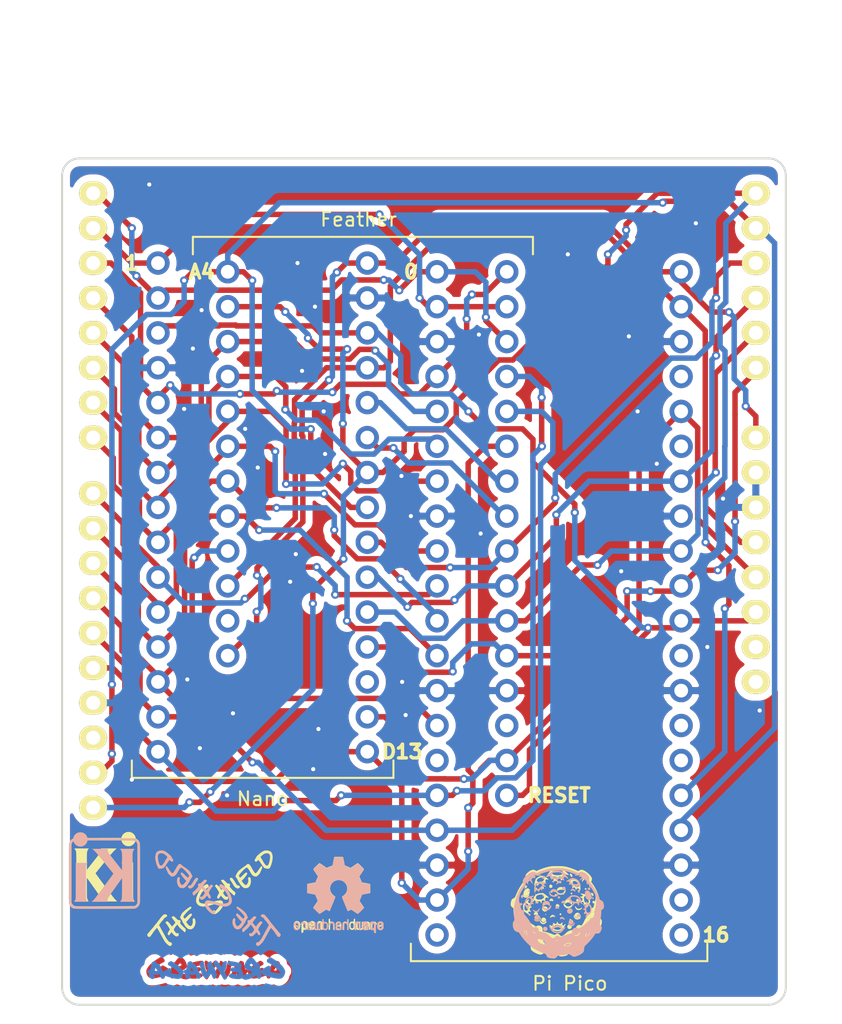
<source format=kicad_pcb>
(kicad_pcb (version 20171130) (host pcbnew "(5.1.9-0-10_14)")
  (title_block (date "lun. 30 mars 2015"))
  (layers (0 F.Cu signal) (31 B.Cu signal) (34 B.Paste user) (35 F.Paste user) (36 B.SilkS user) (37 F.SilkS user) (38 B.Mask user) (39 F.Mask user) (44 Edge.Cuts user))
  (net 0 "")
  (net 1 +5V)
  (net 2 GND)
  (net 3 /A0)
  (net 4 /A1)
  (net 5 /A2)
  (net 6 /A3)
  (net 7 "/1(Tx)")
  (net 8 "/0(Rx)")
  (net 9 "Net-(P1-Pad1)")
  (net 10 +3V3)
  (net 11 /~RESET)
  (net 12 /A6)
  (net 13 /A7)
  (net 14 /D2)
  (net 15 /D8)
  (net 16 /D7)
  (net 17 /SCL-A5)
  (net 18 /SDA-A4)
  (net 19 /D4)
  (net 20 /NC)
  (net 21 /D11-MOSI)
  (net 22 /D12-MISO)
  (net 23 /VIN)
  (net 24 /D13-SCK)
  (net 25 "/D3(**)")
  (net 26 "/D5(**)")
  (net 27 "/D6(**)")
  (net 28 "/D9(**)")
  (net 29 "/D10(**)")
  (net 30 "Net-(J2-Pad11)")
  (net 31 "Net-(J4-Pad13)")
  (net 32 "Net-(P1-Pad2)")
  (net 33 "Net-(P3-Pad3)")
  (net 34 "Net-(J5-Pad15)")
  (net 35 "Net-(J5-Pad20)")
  (net 36 "Net-(J6-Pad20)")
  (net 37 "Net-(J6-Pad19)")
  (net 38 "Net-(J6-Pad15)")
  (net 39 "Net-(J6-Pad14)")
  (net 40 "Net-(J6-Pad12)")
  (net 41 "Net-(J6-Pad6)")
  (net 42 "Net-(J6-Pad4)")
  (module Connector_PinSocket_2.54mm:PinSocket_1x20_P2.54mm_Vertical (layer F.Cu) (at 167.513 55.245)
    (fp_text reference J6 hide)
    (fp_text value "Pico 2")
    (pad 20 thru_hole oval (at 0 48.26) (size 1.7 1.7) (drill 1) (layers *.Cu *.Mask) (net 36 "Net-(J6-Pad20)"))
    (pad 19 thru_hole oval (at 0 45.72) (size 1.7 1.7) (drill 1) (layers *.Cu *.Mask) (net 37 "Net-(J6-Pad19)"))
    (pad 18 thru_hole oval (at 0 43.18) (size 1.7 1.7) (drill 1) (layers *.Cu *.Mask) (net 2 GND))
    (pad 17 thru_hole oval (at 0 40.64) (size 1.7 1.7) (drill 1) (layers *.Cu *.Mask) (net 18 /SDA-A4))
    (pad 16 thru_hole oval (at 0 38.1) (size 1.7 1.7) (drill 1) (layers *.Cu *.Mask) (net 17 /SCL-A5))
    (pad 15 thru_hole oval (at 0 35.56) (size 1.7 1.7) (drill 1) (layers *.Cu *.Mask) (net 38 "Net-(J6-Pad15)"))
    (pad 14 thru_hole oval (at 0 33.02) (size 1.7 1.7) (drill 1) (layers *.Cu *.Mask) (net 39 "Net-(J6-Pad14)"))
    (pad 13 thru_hole oval (at 0 30.48) (size 1.7 1.7) (drill 1) (layers *.Cu *.Mask) (net 2 GND))
    (pad 12 thru_hole oval (at 0 27.94) (size 1.7 1.7) (drill 1) (layers *.Cu *.Mask) (net 40 "Net-(J6-Pad12)"))
    (pad 11 thru_hole oval (at 0 25.4) (size 1.7 1.7) (drill 1) (layers *.Cu *.Mask) (net 11 /~RESET))
    (pad 10 thru_hole oval (at 0 22.86) (size 1.7 1.7) (drill 1) (layers *.Cu *.Mask) (net 3 /A0))
    (pad 9 thru_hole oval (at 0 20.32) (size 1.7 1.7) (drill 1) (layers *.Cu *.Mask) (net 4 /A1))
    (pad 8 thru_hole oval (at 0 17.78) (size 1.7 1.7) (drill 1) (layers *.Cu *.Mask) (net 2 GND))
    (pad 7 thru_hole oval (at 0 15.24) (size 1.7 1.7) (drill 1) (layers *.Cu *.Mask) (net 5 /A2))
    (pad 6 thru_hole oval (at 0 12.7) (size 1.7 1.7) (drill 1) (layers *.Cu *.Mask) (net 41 "Net-(J6-Pad6)"))
    (pad 5 thru_hole oval (at 0 10.16) (size 1.7 1.7) (drill 1) (layers *.Cu *.Mask) (net 10 +3V3))
    (pad 4 thru_hole oval (at 0 7.62) (size 1.7 1.7) (drill 1) (layers *.Cu *.Mask) (net 42 "Net-(J6-Pad4)"))
    (pad 3 thru_hole oval (at 0 5.08) (size 1.7 1.7) (drill 1) (layers *.Cu *.Mask) (net 2 GND))
    (pad 2 thru_hole oval (at 0 2.54) (size 1.7 1.7) (drill 1) (layers *.Cu *.Mask) (net 1 +5V))
    (pad 1 thru_hole circle (at 0 0) (size 1.7 1.7) (drill 1) (layers *.Cu *.Mask) (net 23 /VIN))
  )
  (module Connector_PinSocket_2.54mm:PinSocket_1x20_P2.54mm_Vertical (layer F.Cu) (at 149.733 55.245)
    (fp_text reference J5 hide)
    (fp_text value "Pico 1")
    (pad 1 thru_hole circle (at 0 0) (size 1.7 1.7) (drill 1) (layers *.Cu *.Mask) (net 8 "/0(Rx)"))
    (pad 2 thru_hole oval (at 0 2.54) (size 1.7 1.7) (drill 1) (layers *.Cu *.Mask) (net 7 "/1(Tx)"))
    (pad 3 thru_hole oval (at 0 5.08) (size 1.7 1.7) (drill 1) (layers *.Cu *.Mask) (net 2 GND))
    (pad 4 thru_hole oval (at 0 7.62) (size 1.7 1.7) (drill 1) (layers *.Cu *.Mask) (net 14 /D2))
    (pad 5 thru_hole oval (at 0 10.16) (size 1.7 1.7) (drill 1) (layers *.Cu *.Mask) (net 25 "/D3(**)"))
    (pad 6 thru_hole oval (at 0 12.7) (size 1.7 1.7) (drill 1) (layers *.Cu *.Mask) (net 19 /D4))
    (pad 7 thru_hole oval (at 0 15.24) (size 1.7 1.7) (drill 1) (layers *.Cu *.Mask) (net 26 "/D5(**)"))
    (pad 8 thru_hole oval (at 0 17.78) (size 1.7 1.7) (drill 1) (layers *.Cu *.Mask) (net 2 GND))
    (pad 9 thru_hole oval (at 0 20.32) (size 1.7 1.7) (drill 1) (layers *.Cu *.Mask) (net 27 "/D6(**)"))
    (pad 10 thru_hole oval (at 0 22.86) (size 1.7 1.7) (drill 1) (layers *.Cu *.Mask) (net 16 /D7))
    (pad 11 thru_hole oval (at 0 25.4) (size 1.7 1.7) (drill 1) (layers *.Cu *.Mask) (net 15 /D8))
    (pad 12 thru_hole oval (at 0 27.94) (size 1.7 1.7) (drill 1) (layers *.Cu *.Mask) (net 28 "/D9(**)"))
    (pad 13 thru_hole oval (at 0 30.48) (size 1.7 1.7) (drill 1) (layers *.Cu *.Mask) (net 2 GND))
    (pad 14 thru_hole oval (at 0 33.02) (size 1.7 1.7) (drill 1) (layers *.Cu *.Mask) (net 29 "/D10(**)"))
    (pad 15 thru_hole oval (at 0 35.56) (size 1.7 1.7) (drill 1) (layers *.Cu *.Mask) (net 34 "Net-(J5-Pad15)"))
    (pad 16 thru_hole oval (at 0 38.1) (size 1.7 1.7) (drill 1) (layers *.Cu *.Mask) (net 22 /D12-MISO))
    (pad 17 thru_hole oval (at 0 40.64) (size 1.7 1.7) (drill 1) (layers *.Cu *.Mask) (net 21 /D11-MOSI))
    (pad 18 thru_hole oval (at 0 43.18) (size 1.7 1.7) (drill 1) (layers *.Cu *.Mask) (net 2 GND))
    (pad 19 thru_hole oval (at 0 45.72) (size 1.7 1.7) (drill 1) (layers *.Cu *.Mask) (net 24 /D13-SCK))
    (pad 20 thru_hole oval (at 0 48.26) (size 1.7 1.7) (drill 1) (layers *.Cu *.Mask) (net 35 "Net-(J5-Pad20)"))
  )
  (module Connector_PinSocket_2.54mm:PinSocket_1x16_P2.54mm_Vertical (layer F.Cu) (at 154.813 55.245)
    (fp_text reference J1 hide)
    (fp_text value "feather long")
    (pad 1 thru_hole circle (at 0 0) (size 1.7 1.7) (drill 1) (layers *.Cu *.Mask) (net 14 /D2))
    (pad 2 thru_hole oval (at 0 2.54) (size 1.7 1.7) (drill 1) (layers *.Cu *.Mask) (net 7 "/1(Tx)"))
    (pad 3 thru_hole oval (at 0 5.08) (size 1.7 1.7) (drill 1) (layers *.Cu *.Mask) (net 8 "/0(Rx)"))
    (pad 4 thru_hole oval (at 0 7.62) (size 1.7 1.7) (drill 1) (layers *.Cu *.Mask) (net 22 /D12-MISO))
    (pad 5 thru_hole oval (at 0 10.16) (size 1.7 1.7) (drill 1) (layers *.Cu *.Mask) (net 21 /D11-MOSI))
    (pad 6 thru_hole oval (at 0 12.7) (size 1.7 1.7) (drill 1) (layers *.Cu *.Mask) (net 24 /D13-SCK))
    (pad 7 thru_hole oval (at 0 15.24) (size 1.7 1.7) (drill 1) (layers *.Cu *.Mask) (net 13 /A7))
    (pad 8 thru_hole oval (at 0 17.78) (size 1.7 1.7) (drill 1) (layers *.Cu *.Mask) (net 12 /A6))
    (pad 9 thru_hole oval (at 0 20.32) (size 1.7 1.7) (drill 1) (layers *.Cu *.Mask) (net 6 /A3))
    (pad 10 thru_hole oval (at 0 22.86) (size 1.7 1.7) (drill 1) (layers *.Cu *.Mask) (net 5 /A2))
    (pad 11 thru_hole oval (at 0 25.4) (size 1.7 1.7) (drill 1) (layers *.Cu *.Mask) (net 4 /A1))
    (pad 12 thru_hole oval (at 0 27.94) (size 1.7 1.7) (drill 1) (layers *.Cu *.Mask) (net 3 /A0))
    (pad 13 thru_hole oval (at 0 30.48) (size 1.7 1.7) (drill 1) (layers *.Cu *.Mask) (net 2 GND))
    (pad 14 thru_hole oval (at 0 33.02) (size 1.7 1.7) (drill 1) (layers *.Cu *.Mask) (net 20 /NC))
    (pad 15 thru_hole oval (at 0 35.56) (size 1.7 1.7) (drill 1) (layers *.Cu *.Mask) (net 10 +3V3))
    (pad 16 thru_hole oval (at 0 38.1) (size 1.7 1.7) (drill 1) (layers *.Cu *.Mask) (net 11 /~RESET))
  )
  (module Connector_PinSocket_2.54mm:PinSocket_1x12_P2.54mm_Vertical (layer F.Cu) (at 134.493 55.245)
    (fp_text reference J2 hide)
    (fp_text value "feather short")
    (pad 1 thru_hole circle (at 0 0) (size 1.7 1.7) (drill 1) (layers *.Cu *.Mask) (net 18 /SDA-A4))
    (pad 2 thru_hole oval (at 0 2.54) (size 1.7 1.7) (drill 1) (layers *.Cu *.Mask) (net 17 /SCL-A5))
    (pad 3 thru_hole oval (at 0 5.08) (size 1.7 1.7) (drill 1) (layers *.Cu *.Mask) (net 25 "/D3(**)"))
    (pad 4 thru_hole oval (at 0 7.62) (size 1.7 1.7) (drill 1) (layers *.Cu *.Mask) (net 19 /D4))
    (pad 5 thru_hole oval (at 0 10.16) (size 1.7 1.7) (drill 1) (layers *.Cu *.Mask) (net 26 "/D5(**)"))
    (pad 6 thru_hole oval (at 0 12.7) (size 1.7 1.7) (drill 1) (layers *.Cu *.Mask) (net 27 "/D6(**)"))
    (pad 7 thru_hole oval (at 0 15.24) (size 1.7 1.7) (drill 1) (layers *.Cu *.Mask) (net 15 /D8))
    (pad 8 thru_hole oval (at 0 17.78) (size 1.7 1.7) (drill 1) (layers *.Cu *.Mask) (net 28 "/D9(**)"))
    (pad 9 thru_hole oval (at 0 20.32) (size 1.7 1.7) (drill 1) (layers *.Cu *.Mask) (net 29 "/D10(**)"))
    (pad 10 thru_hole oval (at 0 22.86) (size 1.7 1.7) (drill 1) (layers *.Cu *.Mask) (net 1 +5V))
    (pad 11 thru_hole oval (at 0 25.4) (size 1.7 1.7) (drill 1) (layers *.Cu *.Mask) (net 30 "Net-(J2-Pad11)"))
    (pad 12 thru_hole oval (at 0 27.94) (size 1.7 1.7) (drill 1) (layers *.Cu *.Mask) (net 23 /VIN))
  )
  (module Socket_Arduino_Uno:Socket_Strip_Arduino_1x08 (layer F.Cu) (at 124.6886 67.31 90)
    (fp_text reference P4)
    (fp_text value Digital)
    (pad 8 thru_hole oval (at 17.78 0 90) (size 1.7272 2.032) (drill 1.016) (layers *.Cu *.Mask F.SilkS) (net 8 "/0(Rx)"))
    (pad 7 thru_hole oval (at 15.24 0 90) (size 1.7272 2.032) (drill 1.016) (layers *.Cu *.Mask F.SilkS) (net 7 "/1(Tx)"))
    (pad 6 thru_hole oval (at 12.7 0 90) (size 1.7272 2.032) (drill 1.016) (layers *.Cu *.Mask F.SilkS) (net 14 /D2))
    (pad 5 thru_hole oval (at 10.16 0 90) (size 1.7272 2.032) (drill 1.016) (layers *.Cu *.Mask F.SilkS) (net 25 "/D3(**)"))
    (pad 4 thru_hole oval (at 7.62 0 90) (size 1.7272 2.032) (drill 1.016) (layers *.Cu *.Mask F.SilkS) (net 19 /D4))
    (pad 3 thru_hole oval (at 5.08 0 90) (size 1.7272 2.032) (drill 1.016) (layers *.Cu *.Mask F.SilkS) (net 26 "/D5(**)"))
    (pad 2 thru_hole oval (at 2.54 0 90) (size 1.7272 2.032) (drill 1.016) (layers *.Cu *.Mask F.SilkS) (net 27 "/D6(**)"))
    (pad 1 thru_hole oval (at 0 0 90) (size 1.7272 2.032) (drill 1.016) (layers *.Cu *.Mask F.SilkS) (net 16 /D7))
  )
  (module Socket_Arduino_Uno:Socket_Strip_Arduino_1x06 (layer F.Cu) (at 172.9486 62.23 90)
    (fp_text reference P2)
    (fp_text value Analog)
    (pad 6 thru_hole oval (at 12.7 0 90) (size 1.7272 2.032) (drill 1.016) (layers *.Cu *.Mask F.SilkS) (net 17 /SCL-A5))
    (pad 5 thru_hole oval (at 10.16 0 90) (size 1.7272 2.032) (drill 1.016) (layers *.Cu *.Mask F.SilkS) (net 18 /SDA-A4))
    (pad 4 thru_hole oval (at 7.62 0 90) (size 1.7272 2.032) (drill 1.016) (layers *.Cu *.Mask F.SilkS) (net 6 /A3))
    (pad 3 thru_hole oval (at 5.08 0 90) (size 1.7272 2.032) (drill 1.016) (layers *.Cu *.Mask F.SilkS) (net 5 /A2))
    (pad 2 thru_hole oval (at 2.54 0 90) (size 1.7272 2.032) (drill 1.016) (layers *.Cu *.Mask F.SilkS) (net 4 /A1))
    (pad 1 thru_hole oval (at 0 0 90) (size 1.7272 2.032) (drill 1.016) (layers *.Cu *.Mask F.SilkS) (net 3 /A0))
  )
  (module Socket_Arduino_Uno:Socket_Strip_Arduino_1x08 (layer F.Cu) (at 172.9486 85.09 90)
    (fp_text reference P1)
    (fp_text value Power)
    (pad 8 thru_hole oval (at 17.78 0 90) (size 1.7272 2.032) (drill 1.016) (layers *.Cu *.Mask F.SilkS) (net 23 /VIN))
    (pad 7 thru_hole oval (at 15.24 0 90) (size 1.7272 2.032) (drill 1.016) (layers *.Cu *.Mask F.SilkS) (net 2 GND))
    (pad 6 thru_hole oval (at 12.7 0 90) (size 1.7272 2.032) (drill 1.016) (layers *.Cu *.Mask F.SilkS) (net 2 GND))
    (pad 5 thru_hole oval (at 10.16 0 90) (size 1.7272 2.032) (drill 1.016) (layers *.Cu *.Mask F.SilkS) (net 1 +5V))
    (pad 4 thru_hole oval (at 7.62 0 90) (size 1.7272 2.032) (drill 1.016) (layers *.Cu *.Mask F.SilkS) (net 10 +3V3))
    (pad 3 thru_hole oval (at 5.08 0 90) (size 1.7272 2.032) (drill 1.016) (layers *.Cu *.Mask F.SilkS) (net 11 /~RESET))
    (pad 2 thru_hole oval (at 2.54 0 90) (size 1.7272 2.032) (drill 1.016) (layers *.Cu *.Mask F.SilkS) (net 32 "Net-(P1-Pad2)"))
    (pad 1 thru_hole oval (at 0 0 90) (size 1.7272 2.032) (drill 1.016) (layers *.Cu *.Mask F.SilkS) (net 9 "Net-(P1-Pad1)"))
  )
  (module Socket_Arduino_Uno:Socket_Strip_Arduino_1x10 (layer F.Cu) (at 124.6886 94.234 90)
    (fp_text reference P3)
    (fp_text value Digital)
    (pad 10 thru_hole oval (at 22.86 0 90) (size 1.7272 2.032) (drill 1.016) (layers *.Cu *.Mask F.SilkS) (net 15 /D8))
    (pad 9 thru_hole oval (at 20.32 0 90) (size 1.7272 2.032) (drill 1.016) (layers *.Cu *.Mask F.SilkS) (net 28 "/D9(**)"))
    (pad 8 thru_hole oval (at 17.78 0 90) (size 1.7272 2.032) (drill 1.016) (layers *.Cu *.Mask F.SilkS) (net 29 "/D10(**)"))
    (pad 7 thru_hole oval (at 15.24 0 90) (size 1.7272 2.032) (drill 1.016) (layers *.Cu *.Mask F.SilkS) (net 21 /D11-MOSI))
    (pad 6 thru_hole oval (at 12.7 0 90) (size 1.7272 2.032) (drill 1.016) (layers *.Cu *.Mask F.SilkS) (net 22 /D12-MISO))
    (pad 5 thru_hole oval (at 10.16 0 90) (size 1.7272 2.032) (drill 1.016) (layers *.Cu *.Mask F.SilkS) (net 24 /D13-SCK))
    (pad 4 thru_hole oval (at 7.62 0 90) (size 1.7272 2.032) (drill 1.016) (layers *.Cu *.Mask F.SilkS) (net 2 GND))
    (pad 3 thru_hole oval (at 5.08 0 90) (size 1.7272 2.032) (drill 1.016) (layers *.Cu *.Mask F.SilkS) (net 33 "Net-(P3-Pad3)"))
    (pad 2 thru_hole oval (at 2.54 0 90) (size 1.7272 2.032) (drill 1.016) (layers *.Cu *.Mask F.SilkS) (net 18 /SDA-A4))
    (pad 1 thru_hole oval (at 0 0 90) (size 1.7272 2.032) (drill 1.016) (layers *.Cu *.Mask F.SilkS) (net 17 /SCL-A5))
  )
  (module Multi_Board_ASK:PinSocket_1x15_P2.54mm_Vertical (layer F.Cu) (at 129.413 54.61)
    (fp_text reference J3 hide)
    (fp_text value "Nano 2" hide)
    (pad 15 thru_hole oval (at 0 35.56) (size 1.7 1.7) (drill 1) (layers *.Cu *.Mask) (net 22 /D12-MISO))
    (pad 14 thru_hole oval (at 0 33.02) (size 1.7 1.7) (drill 1) (layers *.Cu *.Mask) (net 21 /D11-MOSI))
    (pad 13 thru_hole oval (at 0 30.48) (size 1.7 1.7) (drill 1) (layers *.Cu *.Mask) (net 29 "/D10(**)"))
    (pad 12 thru_hole oval (at 0 27.94) (size 1.7 1.7) (drill 1) (layers *.Cu *.Mask) (net 28 "/D9(**)"))
    (pad 11 thru_hole oval (at 0 25.4) (size 1.7 1.7) (drill 1) (layers *.Cu *.Mask) (net 15 /D8))
    (pad 10 thru_hole oval (at 0 22.86) (size 1.7 1.7) (drill 1) (layers *.Cu *.Mask) (net 16 /D7))
    (pad 9 thru_hole oval (at 0 20.32) (size 1.7 1.7) (drill 1) (layers *.Cu *.Mask) (net 27 "/D6(**)"))
    (pad 8 thru_hole oval (at 0 17.78) (size 1.7 1.7) (drill 1) (layers *.Cu *.Mask) (net 26 "/D5(**)"))
    (pad 7 thru_hole oval (at 0 15.24) (size 1.7 1.7) (drill 1) (layers *.Cu *.Mask) (net 19 /D4))
    (pad 6 thru_hole oval (at 0 12.7) (size 1.7 1.7) (drill 1) (layers *.Cu *.Mask) (net 25 "/D3(**)"))
    (pad 5 thru_hole oval (at 0 10.16) (size 1.7 1.7) (drill 1) (layers *.Cu *.Mask) (net 14 /D2))
    (pad 4 thru_hole oval (at 0 7.62) (size 1.7 1.7) (drill 1) (layers *.Cu *.Mask) (net 2 GND))
    (pad 3 thru_hole oval (at 0 5.08) (size 1.7 1.7) (drill 1) (layers *.Cu *.Mask) (net 11 /~RESET))
    (pad 2 thru_hole oval (at 0 2.54) (size 1.7 1.7) (drill 1) (layers *.Cu *.Mask) (net 8 "/0(Rx)"))
    (pad 1 thru_hole circle (at 0 0) (size 1.7 1.7) (drill 1) (layers *.Cu *.Mask) (net 7 "/1(Tx)"))
  )
  (module Multi_Board_ASK:PinSocket_1x15_P2.54mm_Vertical (layer F.Cu) (at 144.653 54.61)
    (fp_text reference J4 hide)
    (fp_text value "Nano 1" hide)
    (pad 1 thru_hole circle (at 0 0) (size 1.7 1.7) (drill 1) (layers *.Cu *.Mask) (net 23 /VIN))
    (pad 2 thru_hole oval (at 0 2.54) (size 1.7 1.7) (drill 1) (layers *.Cu *.Mask) (net 2 GND))
    (pad 3 thru_hole oval (at 0 5.08) (size 1.7 1.7) (drill 1) (layers *.Cu *.Mask) (net 11 /~RESET))
    (pad 4 thru_hole oval (at 0 7.62) (size 1.7 1.7) (drill 1) (layers *.Cu *.Mask) (net 1 +5V))
    (pad 5 thru_hole oval (at 0 10.16) (size 1.7 1.7) (drill 1) (layers *.Cu *.Mask) (net 13 /A7))
    (pad 6 thru_hole oval (at 0 12.7) (size 1.7 1.7) (drill 1) (layers *.Cu *.Mask) (net 12 /A6))
    (pad 7 thru_hole oval (at 0 15.24) (size 1.7 1.7) (drill 1) (layers *.Cu *.Mask) (net 17 /SCL-A5))
    (pad 8 thru_hole oval (at 0 17.78) (size 1.7 1.7) (drill 1) (layers *.Cu *.Mask) (net 18 /SDA-A4))
    (pad 9 thru_hole oval (at 0 20.32) (size 1.7 1.7) (drill 1) (layers *.Cu *.Mask) (net 6 /A3))
    (pad 10 thru_hole oval (at 0 22.86) (size 1.7 1.7) (drill 1) (layers *.Cu *.Mask) (net 5 /A2))
    (pad 11 thru_hole oval (at 0 25.4) (size 1.7 1.7) (drill 1) (layers *.Cu *.Mask) (net 4 /A1))
    (pad 12 thru_hole oval (at 0 27.94) (size 1.7 1.7) (drill 1) (layers *.Cu *.Mask) (net 3 /A0))
    (pad 13 thru_hole oval (at 0 30.48) (size 1.7 1.7) (drill 1) (layers *.Cu *.Mask) (net 31 "Net-(J4-Pad13)"))
    (pad 14 thru_hole oval (at 0 33.02) (size 1.7 1.7) (drill 1) (layers *.Cu *.Mask) (net 10 +3V3))
    (pad 15 thru_hole oval (at 0 35.56) (size 1.7 1.7) (drill 1) (layers *.Cu *.Mask) (net 24 /D13-SCK))
  )
  (module NANO_FEATHER_R_1:Feather_CU (layer F.Cu) (at 133.2484 106.0196)
    (fp_text reference U1 hide)
    (fp_text value Feather_Cu hide)
    (fp_poly (pts (xy 1.335828 -0.643134) (xy 1.379237 -0.614506) (xy 1.392099 -0.604126) (xy 1.437408 -0.569698) (xy 1.470185 -0.551294) (xy 1.474867 -0.550334) (xy 1.497254 -0.533868) (xy 1.527128 -0.493595) (xy 1.530955 -0.487277) (xy 1.554062 -0.436674) (xy 1.555768 -0.386582) (xy 1.545286 -0.33911) (xy 1.527444 -0.286434) (xy 1.510229 -0.256554) (xy 1.505428 -0.254) (xy 1.495197 -0.234561) (xy 1.482167 -0.182563) (xy 1.468521 -0.107486) (xy 1.462774 -0.068792) (xy 1.422135 0.142668) (xy 1.364215 0.316975) (xy 1.289273 0.453549) (xy 1.19757 0.551814) (xy 1.176519 0.567315) (xy 1.102366 0.606632) (xy 1.035578 0.613173) (xy 0.96827 0.585228) (xy 0.892558 0.521086) (xy 0.873656 0.501593) (xy 0.818819 0.43948) (xy 0.775611 0.382939) (xy 0.753078 0.343849) (xy 0.752743 0.342843) (xy 0.735798 0.30663) (xy 0.723532 0.296496) (xy 0.703375 0.31427) (xy 0.674481 0.358938) (xy 0.643554 0.417979) (xy 0.617299 0.47887) (xy 0.604619 0.518583) (xy 0.573546 0.588303) (xy 0.524484 0.637881) (xy 0.469832 0.656166) (xy 0.424481 0.641095) (xy 0.39733 0.619125) (xy 0.353398 0.55603) (xy 0.313375 0.476802) (xy 0.284819 0.398533) (xy 0.275167 0.342806) (xy 0.284238 0.306108) (xy 0.30973 0.237657) (xy 0.349065 0.143529) (xy 0.39966 0.0298) (xy 0.458936 -0.097454) (xy 0.486834 -0.15561) (xy 0.547341 -0.281518) (xy 0.601105 -0.395078) (xy 0.645515 -0.490638) (xy 0.67796 -0.562544) (xy 0.69583 -0.605144) (xy 0.6985 -0.61399) (xy 0.710304 -0.632728) (xy 0.748235 -0.627352) (xy 0.816075 -0.597265) (xy 0.821052 -0.594727) (xy 0.92204 -0.527172) (xy 0.98264 -0.447925) (xy 1.003601 -0.355287) (xy 0.985671 -0.247564) (xy 0.98069 -0.232834) (xy 0.968619 -0.180527) (xy 0.959978 -0.107885) (xy 0.954951 -0.025481) (xy 0.953719 0.056112) (xy 0.956467 0.126323) (xy 0.963377 0.174579) (xy 0.973367 0.1905) (xy 1.006623 0.171284) (xy 1.045245 0.119379) (xy 1.085319 0.043401) (xy 1.122928 -0.048037) (xy 1.154155 -0.14632) (xy 1.175085 -0.242834) (xy 1.177292 -0.2581) (xy 1.190802 -0.330126) (xy 1.212326 -0.413565) (xy 1.238358 -0.49791) (xy 1.265391 -0.572657) (xy 1.289917 -0.627301) (xy 1.308428 -0.651335) (xy 1.308597 -0.651394) (xy 1.335828 -0.643134)) (layer F.Cu) (width 0.01))
    (fp_poly (pts (xy 3.66816 -0.622863) (xy 3.722347 -0.592652) (xy 3.776264 -0.553667) (xy 3.816923 -0.515209) (xy 3.831456 -0.488366) (xy 3.837112 -0.440502) (xy 3.843871 -0.409894) (xy 3.844881 -0.387472) (xy 3.83111 -0.364956) (xy 3.79665 -0.337563) (xy 3.735591 -0.300511) (xy 3.651264 -0.254008) (xy 3.42846 -0.117567) (xy 3.244096 0.030529) (xy 3.099912 0.18669) (xy 3.005365 0.306916) (xy 3.127224 0.3175) (xy 3.19474 0.321182) (xy 3.243355 0.319761) (xy 3.259667 0.315328) (xy 3.285106 0.305429) (xy 3.338339 0.294262) (xy 3.376084 0.288531) (xy 3.461342 0.27398) (xy 3.547163 0.254483) (xy 3.57127 0.247774) (xy 3.660624 0.221059) (xy 3.629479 0.161026) (xy 3.60742 0.110356) (xy 3.598334 0.073427) (xy 3.58277 0.042498) (xy 3.574132 0.037793) (xy 3.560491 0.017505) (xy 3.575819 -0.017253) (xy 3.61381 -0.057544) (xy 3.667034 -0.093832) (xy 3.738653 -0.132401) (xy 3.89742 -0.045265) (xy 3.977731 0.001837) (xy 4.049034 0.048997) (xy 4.098582 0.087647) (xy 4.106117 0.095019) (xy 4.146047 0.130982) (xy 4.176755 0.14772) (xy 4.178815 0.147879) (xy 4.196354 0.129557) (xy 4.222842 0.084666) (xy 4.594595 0.084666) (xy 4.676816 0.084666) (xy 4.738628 0.081682) (xy 4.78514 0.074332) (xy 4.790411 0.072627) (xy 4.807668 0.050234) (xy 4.80623 0.000577) (xy 4.785682 -0.080533) (xy 4.770616 -0.126862) (xy 4.753802 -0.137133) (xy 4.722239 -0.110485) (xy 4.675212 -0.046161) (xy 4.636218 0.015875) (xy 4.594595 0.084666) (xy 4.222842 0.084666) (xy 4.22535 0.080416) (xy 4.261192 0.008798) (xy 4.28625 -0.046482) (xy 4.350628 -0.187867) (xy 4.40496 -0.292503) (xy 4.451742 -0.364078) (xy 4.493469 -0.406276) (xy 4.532638 -0.422783) (xy 4.541412 -0.423334) (xy 4.599482 -0.441946) (xy 4.666139 -0.493807) (xy 4.734023 -0.572952) (xy 4.744715 -0.58805) (xy 4.767459 -0.616139) (xy 4.79299 -0.626176) (xy 4.835582 -0.620425) (xy 4.878987 -0.609344) (xy 4.955869 -0.580383) (xy 5.00467 -0.536822) (xy 5.033596 -0.468493) (xy 5.046174 -0.402167) (xy 5.05785 -0.331545) (xy 5.075151 -0.240169) (xy 5.093131 -0.153459) (xy 5.113052 -0.071679) (xy 5.131008 -0.024136) (xy 5.150642 -0.003109) (xy 5.165582 0) (xy 5.21117 0.010752) (xy 5.266494 0.037261) (xy 5.317498 0.070902) (xy 5.350128 0.103052) (xy 5.355167 0.116314) (xy 5.340352 0.14578) (xy 5.302913 0.188459) (xy 5.281366 0.208579) (xy 5.236099 0.252436) (xy 5.217061 0.289759) (xy 5.216722 0.33956) (xy 5.219731 0.36423) (xy 5.212717 0.462551) (xy 5.167148 0.551801) (xy 5.08671 0.625679) (xy 5.05593 0.64412) (xy 5.001357 0.669285) (xy 4.959537 0.672327) (xy 4.912606 0.65697) (xy 4.868493 0.630687) (xy 4.85458 0.604446) (xy 4.855219 0.602213) (xy 4.848944 0.569471) (xy 4.824573 0.538458) (xy 4.790074 0.49957) (xy 4.792829 0.471306) (xy 4.834605 0.443623) (xy 4.841875 0.440078) (xy 4.885731 0.409326) (xy 4.900518 0.379344) (xy 4.885598 0.359895) (xy 4.847167 0.359286) (xy 4.796871 0.364915) (xy 4.72331 0.368796) (xy 4.668 0.369869) (xy 4.594629 0.367964) (xy 4.551772 0.35914) (xy 4.527754 0.339933) (xy 4.519384 0.325805) (xy 4.497046 0.299022) (xy 4.472811 0.307674) (xy 4.444917 0.353758) (xy 4.4116 0.439269) (xy 4.406825 0.45325) (xy 4.378228 0.525942) (xy 4.347086 0.587271) (xy 4.328591 0.613825) (xy 4.275184 0.647748) (xy 4.211591 0.654367) (xy 4.15036 0.637249) (xy 4.10404 0.599961) (xy 4.085178 0.54607) (xy 4.085167 0.544624) (xy 4.073535 0.507017) (xy 4.063943 0.497381) (xy 4.054247 0.46916) (xy 4.063561 0.44532) (xy 4.074294 0.421948) (xy 4.066053 0.417615) (xy 4.031052 0.43221) (xy 4.00541 0.444482) (xy 3.949058 0.466851) (xy 3.861605 0.495915) (xy 3.75318 0.528767) (xy 3.633915 0.562502) (xy 3.513937 0.594216) (xy 3.403377 0.621002) (xy 3.34801 0.633042) (xy 3.177252 0.656077) (xy 3.035553 0.648692) (xy 2.921993 0.610355) (xy 2.835651 0.540533) (xy 2.775605 0.438695) (xy 2.740935 0.304307) (xy 2.737748 0.280321) (xy 2.725247 0.17477) (xy 2.659082 0.21868) (xy 2.617388 0.251234) (xy 2.600103 0.285978) (xy 2.59939 0.34104) (xy 2.60041 0.354429) (xy 2.599037 0.428629) (xy 2.586209 0.496943) (xy 2.58174 0.509433) (xy 2.534436 0.581251) (xy 2.466103 0.634215) (xy 2.38855 0.662531) (xy 2.313585 0.660402) (xy 2.291292 0.651964) (xy 2.254715 0.621023) (xy 2.243667 0.592712) (xy 2.228912 0.552112) (xy 2.201833 0.519035) (xy 2.17268 0.479601) (xy 2.182123 0.453138) (xy 2.223005 0.4445) (xy 2.257679 0.430868) (xy 2.287336 0.400166) (xy 2.299782 0.367682) (xy 2.294779 0.354501) (xy 2.269103 0.351793) (xy 2.219252 0.358818) (xy 2.205565 0.361796) (xy 2.089056 0.380062) (xy 1.993962 0.377135) (xy 1.926794 0.353574) (xy 1.9072 0.336126) (xy 1.870864 0.291253) (xy 1.835815 0.344745) (xy 1.808684 0.39913) (xy 1.783148 0.470572) (xy 1.776525 0.494508) (xy 1.739179 0.581719) (xy 1.681545 0.635806) (xy 1.607713 0.653267) (xy 1.592254 0.652163) (xy 1.539947 0.628763) (xy 1.491844 0.580091) (xy 1.458342 0.520578) (xy 1.449834 0.464657) (xy 1.451545 0.456808) (xy 1.458041 0.437795) (xy 1.470115 0.407721) (xy 1.489537 0.362653) (xy 1.518079 0.298662) (xy 1.55751 0.211816) (xy 1.609601 0.098185) (xy 1.615831 0.084666) (xy 1.986958 0.084666) (xy 2.082313 0.084666) (xy 2.14239 0.08057) (xy 2.182717 0.070237) (xy 2.190079 0.064585) (xy 2.19264 0.033611) (xy 2.184928 -0.021884) (xy 2.178026 -0.052651) (xy 2.16194 -0.109865) (xy 2.148085 -0.132581) (xy 2.130068 -0.127747) (xy 2.118128 -0.117739) (xy 2.085957 -0.079631) (xy 2.047704 -0.022461) (xy 2.034826 -0.000503) (xy 1.986958 0.084666) (xy 1.615831 0.084666) (xy 1.676123 -0.046162) (xy 1.7541 -0.214894) (xy 1.802554 -0.312251) (xy 1.84367 -0.375308) (xy 1.882782 -0.410158) (xy 1.925225 -0.422892) (xy 1.936621 -0.423334) (xy 1.98705 -0.442663) (xy 2.053138 -0.500816) (xy 2.078919 -0.529115) (xy 2.171453 -0.634896) (xy 2.286935 -0.597906) (xy 2.352312 -0.575455) (xy 2.388664 -0.553654) (xy 2.407341 -0.520433) (xy 2.419696 -0.46372) (xy 2.421235 -0.455084) (xy 2.447999 -0.307167) (xy 2.469648 -0.195799) (xy 2.487802 -0.115736) (xy 2.504083 -0.061732) (xy 2.520111 -0.028544) (xy 2.537508 -0.010926) (xy 2.557894 -0.003634) (xy 2.560907 -0.003163) (xy 2.616455 0.014679) (xy 2.66999 0.044462) (xy 2.718898 0.07484) (xy 2.753577 0.078459) (xy 2.784998 0.05153) (xy 2.823427 -0.008529) (xy 2.863581 -0.064343) (xy 2.92547 -0.135911) (xy 2.998636 -0.211502) (xy 3.035654 -0.246654) (xy 3.107846 -0.308139) (xy 3.195891 -0.375725) (xy 3.292245 -0.444455) (xy 3.389366 -0.509373) (xy 3.479707 -0.565522) (xy 3.555727 -0.607944) (xy 3.60988 -0.631684) (xy 3.626691 -0.635) (xy 3.66816 -0.622863)) (layer F.Cu) (width 0.01))
    (fp_poly (pts (xy 0.399473 -0.64259) (xy 0.450289 -0.608064) (xy 0.477986 -0.58455) (xy 0.521119 -0.539313) (xy 0.541378 -0.497844) (xy 0.536894 -0.453236) (xy 0.505799 -0.39858) (xy 0.446224 -0.32697) (xy 0.392804 -0.269594) (xy 0.302452 -0.162072) (xy 0.19943 -0.016647) (xy 0.085061 0.16463) (xy -0.039333 0.379708) (xy -0.115259 0.518583) (xy -0.176668 0.623768) (xy -0.227273 0.690613) (xy -0.266328 0.718174) (xy -0.27392 0.718838) (xy -0.299649 0.710599) (xy -0.346072 0.69172) (xy -0.349763 0.690119) (xy -0.408978 0.645739) (xy -0.45171 0.580077) (xy -0.465666 0.519735) (xy -0.456433 0.489891) (xy -0.431499 0.431902) (xy -0.395017 0.355014) (xy -0.363953 0.29319) (xy -0.26224 0.09525) (xy -0.309448 0.025684) (xy -0.340931 -0.032705) (xy -0.36812 -0.111423) (xy -0.392701 -0.216944) (xy -0.416361 -0.355741) (xy -0.425827 -0.421183) (xy -0.436109 -0.503077) (xy -0.438154 -0.554606) (xy -0.430883 -0.58713) (xy -0.413214 -0.612007) (xy -0.407081 -0.618327) (xy -0.381286 -0.64127) (xy -0.35702 -0.647287) (xy -0.320402 -0.635724) (xy -0.269717 -0.611835) (xy -0.21077 -0.579194) (xy -0.170171 -0.542704) (xy -0.141603 -0.492157) (xy -0.118752 -0.417349) (xy -0.101848 -0.340571) (xy -0.074083 -0.204892) (xy 0.000459 -0.31149) (xy 0.093153 -0.434849) (xy 0.18131 -0.534621) (xy 0.260888 -0.606966) (xy 0.327845 -0.648046) (xy 0.363365 -0.656167) (xy 0.399473 -0.64259)) (layer F.Cu) (width 0.01))
    (fp_poly (pts (xy -2.121746 -0.890829) (xy -2.038408 -0.837713) (xy -1.955742 -0.758164) (xy -1.879104 -0.659529) (xy -1.81385 -0.549155) (xy -1.765337 -0.434388) (xy -1.738924 -0.322574) (xy -1.735666 -0.272847) (xy -1.738485 -0.207998) (xy -1.752034 -0.161884) (xy -1.783956 -0.117659) (xy -1.825625 -0.07453) (xy -1.884614 -0.023438) (xy -1.953312 0.018882) (xy -2.043911 0.05919) (xy -2.113835 0.085212) (xy -2.203348 0.117771) (xy -2.258321 0.140529) (xy -2.28439 0.157039) (xy -2.287187 0.170855) (xy -2.272585 0.18535) (xy -2.1751 0.244605) (xy -2.054956 0.290804) (xy -1.902799 0.327493) (xy -1.892231 0.32951) (xy -1.803766 0.347442) (xy -1.728303 0.365031) (xy -1.677732 0.379415) (xy -1.666875 0.383761) (xy -1.642516 0.390417) (xy -1.63196 0.371196) (xy -1.629833 0.324516) (xy -1.61883 0.25939) (xy -1.588051 0.168793) (xy -1.545166 0.071587) (xy -1.500255 -0.023982) (xy -1.473562 -0.089825) (xy -1.463162 -0.133448) (xy -1.467128 -0.162358) (xy -1.480361 -0.180976) (xy -1.494332 -0.21226) (xy -1.508161 -0.270047) (xy -1.51456 -0.310116) (xy -1.521156 -0.375905) (xy -1.516417 -0.414147) (xy -1.496789 -0.438905) (xy -1.478824 -0.45157) (xy -1.428512 -0.474409) (xy -1.345452 -0.501422) (xy -1.238741 -0.530382) (xy -1.117478 -0.559063) (xy -0.990762 -0.585239) (xy -0.867691 -0.606683) (xy -0.812269 -0.614683) (xy -0.720801 -0.626239) (xy -0.661302 -0.630999) (xy -0.623836 -0.628153) (xy -0.598463 -0.616894) (xy -0.575248 -0.596413) (xy -0.574144 -0.595312) (xy -0.535472 -0.56308) (xy -0.508 -0.550334) (xy -0.492998 -0.531976) (xy -0.486833 -0.48837) (xy -0.506846 -0.421488) (xy -0.566549 -0.368275) (xy -0.665444 -0.329103) (xy -0.715661 -0.31749) (xy -0.80382 -0.298097) (xy -0.892946 -0.275296) (xy -0.931333 -0.264101) (xy -1.003092 -0.243089) (xy -1.068148 -0.226272) (xy -1.084791 -0.222609) (xy -1.129665 -0.202318) (xy -1.143 -0.176594) (xy -1.137811 -0.159301) (xy -1.116562 -0.15085) (xy -1.070727 -0.15013) (xy -0.99178 -0.156033) (xy -0.987805 -0.156391) (xy -0.83261 -0.170455) (xy -0.754972 -0.097232) (xy -0.709939 -0.04865) (xy -0.681923 -0.00666) (xy -0.677333 0.008733) (xy -0.694469 0.035975) (xy -0.738936 0.073352) (xy -0.788458 0.105206) (xy -0.85313 0.139069) (xy -0.91041 0.158404) (xy -0.977158 0.167122) (xy -1.063936 0.169134) (xy -1.146916 0.169944) (xy -1.198616 0.174589) (xy -1.230089 0.186766) (xy -1.252387 0.210172) (xy -1.270232 0.238125) (xy -1.297488 0.286623) (xy -1.311681 0.319285) (xy -1.312254 0.322791) (xy -1.292802 0.333667) (xy -1.239807 0.33814) (xy -1.16152 0.33653) (xy -1.066194 0.32916) (xy -0.962081 0.316351) (xy -0.902404 0.306816) (xy -0.719762 0.274966) (xy -0.646662 0.352467) (xy -0.602204 0.406382) (xy -0.589599 0.448809) (xy -0.609765 0.491849) (xy -0.661316 0.545452) (xy -0.721437 0.581056) (xy -0.819488 0.612902) (xy -0.951156 0.639958) (xy -1.112125 0.661191) (xy -1.166731 0.66638) (xy -1.323669 0.669301) (xy -1.446685 0.64763) (xy -1.53642 0.60122) (xy -1.563262 0.575554) (xy -1.595519 0.540343) (xy -1.606853 0.536024) (xy -1.603481 0.561001) (xy -1.60248 0.565465) (xy -1.610823 0.622369) (xy -1.641582 0.666007) (xy -1.708122 0.706746) (xy -1.805235 0.718677) (xy -1.932482 0.701807) (xy -2.084916 0.657715) (xy -2.267028 0.587347) (xy -2.415594 0.514692) (xy -2.52238 0.4445) (xy -1.629833 0.4445) (xy -1.622089 0.461922) (xy -1.615722 0.458611) (xy -1.613189 0.433491) (xy -1.615722 0.430388) (xy -1.628306 0.433294) (xy -1.629833 0.4445) (xy -2.52238 0.4445) (xy -2.52649 0.441799) (xy -2.536982 0.433207) (xy -2.57904 0.399202) (xy -2.598124 0.391388) (xy -2.603297 0.408277) (xy -2.6035 0.422294) (xy -2.612938 0.469218) (xy -2.636469 0.530949) (xy -2.645351 0.549388) (xy -2.69741 0.617085) (xy -2.762413 0.649704) (xy -2.832645 0.6445) (xy -2.865742 0.627897) (xy -2.908259 0.578817) (xy -2.940047 0.501883) (xy -2.957144 0.411029) (xy -2.955586 0.320192) (xy -2.954773 0.314797) (xy -2.940769 0.22722) (xy -3.015837 0.293131) (xy -3.064305 0.333379) (xy -3.112079 0.36607) (xy -3.166956 0.394556) (xy -3.236735 0.422186) (xy -3.329215 0.452312) (xy -3.452195 0.488286) (xy -3.504157 0.502954) (xy -3.750142 0.567202) (xy -3.961604 0.612202) (xy -4.137885 0.637871) (xy -4.278329 0.644131) (xy -4.382277 0.6309) (xy -4.423833 0.615194) (xy -4.531041 0.536152) (xy -4.611896 0.427152) (xy -4.663526 0.293462) (xy -4.683056 0.14035) (xy -4.683062 0.139945) (xy -4.665814 0.03474) (xy -4.613664 -0.08318) (xy -4.530426 -0.209396) (xy -4.41991 -0.339493) (xy -4.285929 -0.469052) (xy -4.132293 -0.593656) (xy -3.962814 -0.708889) (xy -3.937 -0.724649) (xy -3.853717 -0.77559) (xy -3.779118 -0.822696) (xy -3.724152 -0.858986) (xy -3.706604 -0.87154) (xy -3.659707 -0.896716) (xy -3.609477 -0.909108) (xy -3.570194 -0.906908) (xy -3.556 -0.890586) (xy -3.539029 -0.869795) (xy -3.495868 -0.838931) (xy -3.466362 -0.821559) (xy -3.408478 -0.784188) (xy -3.378163 -0.745062) (xy -3.363095 -0.688259) (xy -3.363067 -0.688089) (xy -3.356344 -0.629111) (xy -3.356663 -0.587329) (xy -3.358052 -0.581547) (xy -3.37988 -0.562496) (xy -3.430628 -0.531143) (xy -3.500877 -0.493133) (xy -3.530138 -0.478408) (xy -3.629512 -0.426292) (xy -3.735999 -0.36562) (xy -3.827335 -0.309099) (xy -3.831166 -0.306569) (xy -3.918662 -0.240819) (xy -4.020006 -0.152701) (xy -4.124068 -0.053036) (xy -4.21972 0.047353) (xy -4.295832 0.137647) (xy -4.315285 0.164129) (xy -4.344131 0.209459) (xy -4.348331 0.232992) (xy -4.329838 0.245863) (xy -4.329637 0.245941) (xy -4.2801 0.252648) (xy -4.197926 0.250023) (xy -4.091562 0.23895) (xy -3.969454 0.220311) (xy -3.871191 0.201083) (xy -2.942166 0.201083) (xy -2.931583 0.211666) (xy -2.921 0.201083) (xy -2.931583 0.1905) (xy -2.942166 0.201083) (xy -3.871191 0.201083) (xy -3.840048 0.194989) (xy -3.83815 0.194575) (xy -3.728292 0.170009) (xy -3.654576 0.150388) (xy -3.611742 0.131818) (xy -3.594529 0.110409) (xy -3.59768 0.082267) (xy -3.615934 0.043499) (xy -3.621054 0.033904) (xy -3.645575 -0.02215) (xy -3.655076 -0.065717) (xy -3.653776 -0.075134) (xy -3.657495 -0.104702) (xy -3.66683 -0.111027) (xy -3.682872 -0.131917) (xy -3.66651 -0.168031) (xy -3.621839 -0.213143) (xy -3.578837 -0.244824) (xy -3.493752 -0.301131) (xy -3.332939 -0.219357) (xy -3.234864 -0.163267) (xy -3.130852 -0.094053) (xy -3.043039 -0.026468) (xy -3.041271 -0.024951) (xy -2.975565 0.029793) (xy -2.934617 0.058357) (xy -2.912634 0.063863) (xy -2.903822 0.049433) (xy -2.903769 0.049132) (xy -2.892785 -0.00798) (xy -2.876059 -0.087326) (xy -2.855794 -0.17931) (xy -2.847135 -0.217402) (xy -2.431879 -0.217402) (xy -2.428455 -0.196091) (xy -2.392496 -0.197033) (xy -2.321668 -0.21819) (xy -2.247269 -0.244983) (xy -2.163405 -0.280164) (xy -2.118547 -0.31221) (xy -2.110278 -0.346715) (xy -2.136178 -0.389274) (xy -2.17001 -0.423735) (xy -2.202043 -0.449574) (xy -2.229841 -0.455591) (xy -2.261091 -0.438004) (xy -2.303479 -0.393028) (xy -2.350468 -0.334919) (xy -2.405105 -0.262999) (xy -2.431879 -0.217402) (xy -2.847135 -0.217402) (xy -2.834191 -0.27434) (xy -2.813451 -0.362821) (xy -2.795775 -0.43516) (xy -2.783365 -0.481762) (xy -2.779233 -0.493603) (xy -2.752327 -0.504152) (xy -2.707043 -0.503149) (xy -2.672624 -0.501516) (xy -2.641452 -0.511413) (xy -2.607156 -0.538228) (xy -2.563366 -0.587351) (xy -2.50371 -0.664169) (xy -2.481227 -0.694143) (xy -2.393409 -0.797371) (xy -2.308953 -0.869082) (xy -2.232266 -0.905889) (xy -2.200397 -0.910167) (xy -2.121746 -0.890829)) (layer F.Cu) (width 0.01))
  )
  (module NANO_FEATHER_R_1:Ki-2500 (layer F.Cu) (at 125.5268 98.806)
    (fp_text reference U3 hide)
    (fp_text value KiCadLogo hide)
  )
  (module NANO_FEATHER_R_1:Moon_Firma_SilkS (layer F.Cu) (at 158.9024 101.4476)
    (fp_text reference U4 hide)
    (fp_text value Moon_Firma hide)
  )
  (module NANO_FEATHER_R_1:Moon_The_Shield_SilkS (layer F.Cu) (at 134.493 101.1174)
    (fp_text reference U5 hide)
    (fp_text value Feather_Silks hide)
  )
  (module NANO_FEATHER_R_1:OSHW-Logo2_7.3x6mm_SilkScreen (layer F.Cu) (at 142.5702 100.584)
    (fp_text reference U6 hide)
    (fp_text value KiCadLogo hide)
  )
  (module NANO_FEATHER_R_1:Feather_CU (layer B.Cu) (at 133.985 106.045 180)
    (fp_text reference U7 hide)
    (fp_text value Feather_Cu hide)
    (fp_poly (pts (xy 1.335828 0.643134) (xy 1.379237 0.614506) (xy 1.392099 0.604126) (xy 1.437408 0.569698) (xy 1.470185 0.551294) (xy 1.474867 0.550334) (xy 1.497254 0.533868) (xy 1.527128 0.493595) (xy 1.530955 0.487277) (xy 1.554062 0.436674) (xy 1.555768 0.386582) (xy 1.545286 0.33911) (xy 1.527444 0.286434) (xy 1.510229 0.256554) (xy 1.505428 0.254) (xy 1.495197 0.234561) (xy 1.482167 0.182563) (xy 1.468521 0.107486) (xy 1.462774 0.068792) (xy 1.422135 -0.142668) (xy 1.364215 -0.316975) (xy 1.289273 -0.453549) (xy 1.19757 -0.551814) (xy 1.176519 -0.567315) (xy 1.102366 -0.606632) (xy 1.035578 -0.613173) (xy 0.96827 -0.585228) (xy 0.892558 -0.521086) (xy 0.873656 -0.501593) (xy 0.818819 -0.43948) (xy 0.775611 -0.382939) (xy 0.753078 -0.343849) (xy 0.752743 -0.342843) (xy 0.735798 -0.30663) (xy 0.723532 -0.296496) (xy 0.703375 -0.31427) (xy 0.674481 -0.358938) (xy 0.643554 -0.417979) (xy 0.617299 -0.47887) (xy 0.604619 -0.518583) (xy 0.573546 -0.588303) (xy 0.524484 -0.637881) (xy 0.469832 -0.656166) (xy 0.424481 -0.641095) (xy 0.39733 -0.619125) (xy 0.353398 -0.55603) (xy 0.313375 -0.476802) (xy 0.284819 -0.398533) (xy 0.275167 -0.342806) (xy 0.284238 -0.306108) (xy 0.30973 -0.237657) (xy 0.349065 -0.143529) (xy 0.39966 -0.0298) (xy 0.458936 0.097454) (xy 0.486834 0.15561) (xy 0.547341 0.281518) (xy 0.601105 0.395078) (xy 0.645515 0.490638) (xy 0.67796 0.562544) (xy 0.69583 0.605144) (xy 0.6985 0.61399) (xy 0.710304 0.632728) (xy 0.748235 0.627352) (xy 0.816075 0.597265) (xy 0.821052 0.594727) (xy 0.92204 0.527172) (xy 0.98264 0.447925) (xy 1.003601 0.355287) (xy 0.985671 0.247564) (xy 0.98069 0.232834) (xy 0.968619 0.180527) (xy 0.959978 0.107885) (xy 0.954951 0.025481) (xy 0.953719 -0.056112) (xy 0.956467 -0.126323) (xy 0.963377 -0.174579) (xy 0.973367 -0.1905) (xy 1.006623 -0.171284) (xy 1.045245 -0.119379) (xy 1.085319 -0.043401) (xy 1.122928 0.048037) (xy 1.154155 0.14632) (xy 1.175085 0.242834) (xy 1.177292 0.2581) (xy 1.190802 0.330126) (xy 1.212326 0.413565) (xy 1.238358 0.49791) (xy 1.265391 0.572657) (xy 1.289917 0.627301) (xy 1.308428 0.651335) (xy 1.308597 0.651394) (xy 1.335828 0.643134)) (layer B.Cu) (width 0.01))
    (fp_poly (pts (xy 3.66816 0.622863) (xy 3.722347 0.592652) (xy 3.776264 0.553667) (xy 3.816923 0.515209) (xy 3.831456 0.488366) (xy 3.837112 0.440502) (xy 3.843871 0.409894) (xy 3.844881 0.387472) (xy 3.83111 0.364956) (xy 3.79665 0.337563) (xy 3.735591 0.300511) (xy 3.651264 0.254008) (xy 3.42846 0.117567) (xy 3.244096 -0.030529) (xy 3.099912 -0.18669) (xy 3.005365 -0.306916) (xy 3.127224 -0.3175) (xy 3.19474 -0.321182) (xy 3.243355 -0.319761) (xy 3.259667 -0.315328) (xy 3.285106 -0.305429) (xy 3.338339 -0.294262) (xy 3.376084 -0.288531) (xy 3.461342 -0.27398) (xy 3.547163 -0.254483) (xy 3.57127 -0.247774) (xy 3.660624 -0.221059) (xy 3.629479 -0.161026) (xy 3.60742 -0.110356) (xy 3.598334 -0.073427) (xy 3.58277 -0.042498) (xy 3.574132 -0.037793) (xy 3.560491 -0.017505) (xy 3.575819 0.017253) (xy 3.61381 0.057544) (xy 3.667034 0.093832) (xy 3.738653 0.132401) (xy 3.89742 0.045265) (xy 3.977731 -0.001837) (xy 4.049034 -0.048997) (xy 4.098582 -0.087647) (xy 4.106117 -0.095019) (xy 4.146047 -0.130982) (xy 4.176755 -0.14772) (xy 4.178815 -0.147879) (xy 4.196354 -0.129557) (xy 4.222842 -0.084666) (xy 4.594595 -0.084666) (xy 4.676816 -0.084666) (xy 4.738628 -0.081682) (xy 4.78514 -0.074332) (xy 4.790411 -0.072627) (xy 4.807668 -0.050234) (xy 4.80623 -0.000577) (xy 4.785682 0.080533) (xy 4.770616 0.126862) (xy 4.753802 0.137133) (xy 4.722239 0.110485) (xy 4.675212 0.046161) (xy 4.636218 -0.015875) (xy 4.594595 -0.084666) (xy 4.222842 -0.084666) (xy 4.22535 -0.080416) (xy 4.261192 -0.008798) (xy 4.28625 0.046482) (xy 4.350628 0.187867) (xy 4.40496 0.292503) (xy 4.451742 0.364078) (xy 4.493469 0.406276) (xy 4.532638 0.422783) (xy 4.541412 0.423334) (xy 4.599482 0.441946) (xy 4.666139 0.493807) (xy 4.734023 0.572952) (xy 4.744715 0.58805) (xy 4.767459 0.616139) (xy 4.79299 0.626176) (xy 4.835582 0.620425) (xy 4.878987 0.609344) (xy 4.955869 0.580383) (xy 5.00467 0.536822) (xy 5.033596 0.468493) (xy 5.046174 0.402167) (xy 5.05785 0.331545) (xy 5.075151 0.240169) (xy 5.093131 0.153459) (xy 5.113052 0.071679) (xy 5.131008 0.024136) (xy 5.150642 0.003109) (xy 5.165582 0) (xy 5.21117 -0.010752) (xy 5.266494 -0.037261) (xy 5.317498 -0.070902) (xy 5.350128 -0.103052) (xy 5.355167 -0.116314) (xy 5.340352 -0.14578) (xy 5.302913 -0.188459) (xy 5.281366 -0.208579) (xy 5.236099 -0.252436) (xy 5.217061 -0.289759) (xy 5.216722 -0.33956) (xy 5.219731 -0.36423) (xy 5.212717 -0.462551) (xy 5.167148 -0.551801) (xy 5.08671 -0.625679) (xy 5.05593 -0.64412) (xy 5.001357 -0.669285) (xy 4.959537 -0.672327) (xy 4.912606 -0.65697) (xy 4.868493 -0.630687) (xy 4.85458 -0.604446) (xy 4.855219 -0.602213) (xy 4.848944 -0.569471) (xy 4.824573 -0.538458) (xy 4.790074 -0.49957) (xy 4.792829 -0.471306) (xy 4.834605 -0.443623) (xy 4.841875 -0.440078) (xy 4.885731 -0.409326) (xy 4.900518 -0.379344) (xy 4.885598 -0.359895) (xy 4.847167 -0.359286) (xy 4.796871 -0.364915) (xy 4.72331 -0.368796) (xy 4.668 -0.369869) (xy 4.594629 -0.367964) (xy 4.551772 -0.35914) (xy 4.527754 -0.339933) (xy 4.519384 -0.325805) (xy 4.497046 -0.299022) (xy 4.472811 -0.307674) (xy 4.444917 -0.353758) (xy 4.4116 -0.439269) (xy 4.406825 -0.45325) (xy 4.378228 -0.525942) (xy 4.347086 -0.587271) (xy 4.328591 -0.613825) (xy 4.275184 -0.647748) (xy 4.211591 -0.654367) (xy 4.15036 -0.637249) (xy 4.10404 -0.599961) (xy 4.085178 -0.54607) (xy 4.085167 -0.544624) (xy 4.073535 -0.507017) (xy 4.063943 -0.497381) (xy 4.054247 -0.46916) (xy 4.063561 -0.44532) (xy 4.074294 -0.421948) (xy 4.066053 -0.417615) (xy 4.031052 -0.43221) (xy 4.00541 -0.444482) (xy 3.949058 -0.466851) (xy 3.861605 -0.495915) (xy 3.75318 -0.528767) (xy 3.633915 -0.562502) (xy 3.513937 -0.594216) (xy 3.403377 -0.621002) (xy 3.34801 -0.633042) (xy 3.177252 -0.656077) (xy 3.035553 -0.648692) (xy 2.921993 -0.610355) (xy 2.835651 -0.540533) (xy 2.775605 -0.438695) (xy 2.740935 -0.304307) (xy 2.737748 -0.280321) (xy 2.725247 -0.17477) (xy 2.659082 -0.21868) (xy 2.617388 -0.251234) (xy 2.600103 -0.285978) (xy 2.59939 -0.34104) (xy 2.60041 -0.354429) (xy 2.599037 -0.428629) (xy 2.586209 -0.496943) (xy 2.58174 -0.509433) (xy 2.534436 -0.581251) (xy 2.466103 -0.634215) (xy 2.38855 -0.662531) (xy 2.313585 -0.660402) (xy 2.291292 -0.651964) (xy 2.254715 -0.621023) (xy 2.243667 -0.592712) (xy 2.228912 -0.552112) (xy 2.201833 -0.519035) (xy 2.17268 -0.479601) (xy 2.182123 -0.453138) (xy 2.223005 -0.4445) (xy 2.257679 -0.430868) (xy 2.287336 -0.400166) (xy 2.299782 -0.367682) (xy 2.294779 -0.354501) (xy 2.269103 -0.351793) (xy 2.219252 -0.358818) (xy 2.205565 -0.361796) (xy 2.089056 -0.380062) (xy 1.993962 -0.377135) (xy 1.926794 -0.353574) (xy 1.9072 -0.336126) (xy 1.870864 -0.291253) (xy 1.835815 -0.344745) (xy 1.808684 -0.39913) (xy 1.783148 -0.470572) (xy 1.776525 -0.494508) (xy 1.739179 -0.581719) (xy 1.681545 -0.635806) (xy 1.607713 -0.653267) (xy 1.592254 -0.652163) (xy 1.539947 -0.628763) (xy 1.491844 -0.580091) (xy 1.458342 -0.520578) (xy 1.449834 -0.464657) (xy 1.451545 -0.456808) (xy 1.458041 -0.437795) (xy 1.470115 -0.407721) (xy 1.489537 -0.362653) (xy 1.518079 -0.298662) (xy 1.55751 -0.211816) (xy 1.609601 -0.098185) (xy 1.615831 -0.084666) (xy 1.986958 -0.084666) (xy 2.082313 -0.084666) (xy 2.14239 -0.08057) (xy 2.182717 -0.070237) (xy 2.190079 -0.064585) (xy 2.19264 -0.033611) (xy 2.184928 0.021884) (xy 2.178026 0.052651) (xy 2.16194 0.109865) (xy 2.148085 0.132581) (xy 2.130068 0.127747) (xy 2.118128 0.117739) (xy 2.085957 0.079631) (xy 2.047704 0.022461) (xy 2.034826 0.000503) (xy 1.986958 -0.084666) (xy 1.615831 -0.084666) (xy 1.676123 0.046162) (xy 1.7541 0.214894) (xy 1.802554 0.312251) (xy 1.84367 0.375308) (xy 1.882782 0.410158) (xy 1.925225 0.422892) (xy 1.936621 0.423334) (xy 1.98705 0.442663) (xy 2.053138 0.500816) (xy 2.078919 0.529115) (xy 2.171453 0.634896) (xy 2.286935 0.597906) (xy 2.352312 0.575455) (xy 2.388664 0.553654) (xy 2.407341 0.520433) (xy 2.419696 0.46372) (xy 2.421235 0.455084) (xy 2.447999 0.307167) (xy 2.469648 0.195799) (xy 2.487802 0.115736) (xy 2.504083 0.061732) (xy 2.520111 0.028544) (xy 2.537508 0.010926) (xy 2.557894 0.003634) (xy 2.560907 0.003163) (xy 2.616455 -0.014679) (xy 2.66999 -0.044462) (xy 2.718898 -0.07484) (xy 2.753577 -0.078459) (xy 2.784998 -0.05153) (xy 2.823427 0.008529) (xy 2.863581 0.064343) (xy 2.92547 0.135911) (xy 2.998636 0.211502) (xy 3.035654 0.246654) (xy 3.107846 0.308139) (xy 3.195891 0.375725) (xy 3.292245 0.444455) (xy 3.389366 0.509373) (xy 3.479707 0.565522) (xy 3.555727 0.607944) (xy 3.60988 0.631684) (xy 3.626691 0.635) (xy 3.66816 0.622863)) (layer B.Cu) (width 0.01))
    (fp_poly (pts (xy 0.399473 0.64259) (xy 0.450289 0.608064) (xy 0.477986 0.58455) (xy 0.521119 0.539313) (xy 0.541378 0.497844) (xy 0.536894 0.453236) (xy 0.505799 0.39858) (xy 0.446224 0.32697) (xy 0.392804 0.269594) (xy 0.302452 0.162072) (xy 0.19943 0.016647) (xy 0.085061 -0.16463) (xy -0.039333 -0.379708) (xy -0.115259 -0.518583) (xy -0.176668 -0.623768) (xy -0.227273 -0.690613) (xy -0.266328 -0.718174) (xy -0.27392 -0.718838) (xy -0.299649 -0.710599) (xy -0.346072 -0.69172) (xy -0.349763 -0.690119) (xy -0.408978 -0.645739) (xy -0.45171 -0.580077) (xy -0.465666 -0.519735) (xy -0.456433 -0.489891) (xy -0.431499 -0.431902) (xy -0.395017 -0.355014) (xy -0.363953 -0.29319) (xy -0.26224 -0.09525) (xy -0.309448 -0.025684) (xy -0.340931 0.032705) (xy -0.36812 0.111423) (xy -0.392701 0.216944) (xy -0.416361 0.355741) (xy -0.425827 0.421183) (xy -0.436109 0.503077) (xy -0.438154 0.554606) (xy -0.430883 0.58713) (xy -0.413214 0.612007) (xy -0.407081 0.618327) (xy -0.381286 0.64127) (xy -0.35702 0.647287) (xy -0.320402 0.635724) (xy -0.269717 0.611835) (xy -0.21077 0.579194) (xy -0.170171 0.542704) (xy -0.141603 0.492157) (xy -0.118752 0.417349) (xy -0.101848 0.340571) (xy -0.074083 0.204892) (xy 0.000459 0.31149) (xy 0.093153 0.434849) (xy 0.18131 0.534621) (xy 0.260888 0.606966) (xy 0.327845 0.648046) (xy 0.363365 0.656167) (xy 0.399473 0.64259)) (layer B.Cu) (width 0.01))
    (fp_poly (pts (xy -2.121746 0.890829) (xy -2.038408 0.837713) (xy -1.955742 0.758164) (xy -1.879104 0.659529) (xy -1.81385 0.549155) (xy -1.765337 0.434388) (xy -1.738924 0.322574) (xy -1.735666 0.272847) (xy -1.738485 0.207998) (xy -1.752034 0.161884) (xy -1.783956 0.117659) (xy -1.825625 0.07453) (xy -1.884614 0.023438) (xy -1.953312 -0.018882) (xy -2.043911 -0.05919) (xy -2.113835 -0.085212) (xy -2.203348 -0.117771) (xy -2.258321 -0.140529) (xy -2.28439 -0.157039) (xy -2.287187 -0.170855) (xy -2.272585 -0.18535) (xy -2.1751 -0.244605) (xy -2.054956 -0.290804) (xy -1.902799 -0.327493) (xy -1.892231 -0.32951) (xy -1.803766 -0.347442) (xy -1.728303 -0.365031) (xy -1.677732 -0.379415) (xy -1.666875 -0.383761) (xy -1.642516 -0.390417) (xy -1.63196 -0.371196) (xy -1.629833 -0.324516) (xy -1.61883 -0.25939) (xy -1.588051 -0.168793) (xy -1.545166 -0.071587) (xy -1.500255 0.023982) (xy -1.473562 0.089825) (xy -1.463162 0.133448) (xy -1.467128 0.162358) (xy -1.480361 0.180976) (xy -1.494332 0.21226) (xy -1.508161 0.270047) (xy -1.51456 0.310116) (xy -1.521156 0.375905) (xy -1.516417 0.414147) (xy -1.496789 0.438905) (xy -1.478824 0.45157) (xy -1.428512 0.474409) (xy -1.345452 0.501422) (xy -1.238741 0.530382) (xy -1.117478 0.559063) (xy -0.990762 0.585239) (xy -0.867691 0.606683) (xy -0.812269 0.614683) (xy -0.720801 0.626239) (xy -0.661302 0.630999) (xy -0.623836 0.628153) (xy -0.598463 0.616894) (xy -0.575248 0.596413) (xy -0.574144 0.595312) (xy -0.535472 0.56308) (xy -0.508 0.550334) (xy -0.492998 0.531976) (xy -0.486833 0.48837) (xy -0.506846 0.421488) (xy -0.566549 0.368275) (xy -0.665444 0.329103) (xy -0.715661 0.31749) (xy -0.80382 0.298097) (xy -0.892946 0.275296) (xy -0.931333 0.264101) (xy -1.003092 0.243089) (xy -1.068148 0.226272) (xy -1.084791 0.222609) (xy -1.129665 0.202318) (xy -1.143 0.176594) (xy -1.137811 0.159301) (xy -1.116562 0.15085) (xy -1.070727 0.15013) (xy -0.99178 0.156033) (xy -0.987805 0.156391) (xy -0.83261 0.170455) (xy -0.754972 0.097232) (xy -0.709939 0.04865) (xy -0.681923 0.00666) (xy -0.677333 -0.008733) (xy -0.694469 -0.035975) (xy -0.738936 -0.073352) (xy -0.788458 -0.105206) (xy -0.85313 -0.139069) (xy -0.91041 -0.158404) (xy -0.977158 -0.167122) (xy -1.063936 -0.169134) (xy -1.146916 -0.169944) (xy -1.198616 -0.174589) (xy -1.230089 -0.186766) (xy -1.252387 -0.210172) (xy -1.270232 -0.238125) (xy -1.297488 -0.286623) (xy -1.311681 -0.319285) (xy -1.312254 -0.322791) (xy -1.292802 -0.333667) (xy -1.239807 -0.33814) (xy -1.16152 -0.33653) (xy -1.066194 -0.32916) (xy -0.962081 -0.316351) (xy -0.902404 -0.306816) (xy -0.719762 -0.274966) (xy -0.646662 -0.352467) (xy -0.602204 -0.406382) (xy -0.589599 -0.448809) (xy -0.609765 -0.491849) (xy -0.661316 -0.545452) (xy -0.721437 -0.581056) (xy -0.819488 -0.612902) (xy -0.951156 -0.639958) (xy -1.112125 -0.661191) (xy -1.166731 -0.66638) (xy -1.323669 -0.669301) (xy -1.446685 -0.64763) (xy -1.53642 -0.60122) (xy -1.563262 -0.575554) (xy -1.595519 -0.540343) (xy -1.606853 -0.536024) (xy -1.603481 -0.561001) (xy -1.60248 -0.565465) (xy -1.610823 -0.622369) (xy -1.641582 -0.666007) (xy -1.708122 -0.706746) (xy -1.805235 -0.718677) (xy -1.932482 -0.701807) (xy -2.084916 -0.657715) (xy -2.267028 -0.587347) (xy -2.415594 -0.514692) (xy -2.52238 -0.4445) (xy -1.629833 -0.4445) (xy -1.622089 -0.461922) (xy -1.615722 -0.458611) (xy -1.613189 -0.433491) (xy -1.615722 -0.430388) (xy -1.628306 -0.433294) (xy -1.629833 -0.4445) (xy -2.52238 -0.4445) (xy -2.52649 -0.441799) (xy -2.536982 -0.433207) (xy -2.57904 -0.399202) (xy -2.598124 -0.391388) (xy -2.603297 -0.408277) (xy -2.6035 -0.422294) (xy -2.612938 -0.469218) (xy -2.636469 -0.530949) (xy -2.645351 -0.549388) (xy -2.69741 -0.617085) (xy -2.762413 -0.649704) (xy -2.832645 -0.6445) (xy -2.865742 -0.627897) (xy -2.908259 -0.578817) (xy -2.940047 -0.501883) (xy -2.957144 -0.411029) (xy -2.955586 -0.320192) (xy -2.954773 -0.314797) (xy -2.940769 -0.22722) (xy -3.015837 -0.293131) (xy -3.064305 -0.333379) (xy -3.112079 -0.36607) (xy -3.166956 -0.394556) (xy -3.236735 -0.422186) (xy -3.329215 -0.452312) (xy -3.452195 -0.488286) (xy -3.504157 -0.502954) (xy -3.750142 -0.567202) (xy -3.961604 -0.612202) (xy -4.137885 -0.637871) (xy -4.278329 -0.644131) (xy -4.382277 -0.6309) (xy -4.423833 -0.615194) (xy -4.531041 -0.536152) (xy -4.611896 -0.427152) (xy -4.663526 -0.293462) (xy -4.683056 -0.14035) (xy -4.683062 -0.139945) (xy -4.665814 -0.03474) (xy -4.613664 0.08318) (xy -4.530426 0.209396) (xy -4.41991 0.339493) (xy -4.285929 0.469052) (xy -4.132293 0.593656) (xy -3.962814 0.708889) (xy -3.937 0.724649) (xy -3.853717 0.77559) (xy -3.779118 0.822696) (xy -3.724152 0.858986) (xy -3.706604 0.87154) (xy -3.659707 0.896716) (xy -3.609477 0.909108) (xy -3.570194 0.906908) (xy -3.556 0.890586) (xy -3.539029 0.869795) (xy -3.495868 0.838931) (xy -3.466362 0.821559) (xy -3.408478 0.784188) (xy -3.378163 0.745062) (xy -3.363095 0.688259) (xy -3.363067 0.688089) (xy -3.356344 0.629111) (xy -3.356663 0.587329) (xy -3.358052 0.581547) (xy -3.37988 0.562496) (xy -3.430628 0.531143) (xy -3.500877 0.493133) (xy -3.530138 0.478408) (xy -3.629512 0.426292) (xy -3.735999 0.36562) (xy -3.827335 0.309099) (xy -3.831166 0.306569) (xy -3.918662 0.240819) (xy -4.020006 0.152701) (xy -4.124068 0.053036) (xy -4.21972 -0.047353) (xy -4.295832 -0.137647) (xy -4.315285 -0.164129) (xy -4.344131 -0.209459) (xy -4.348331 -0.232992) (xy -4.329838 -0.245863) (xy -4.329637 -0.245941) (xy -4.2801 -0.252648) (xy -4.197926 -0.250023) (xy -4.091562 -0.23895) (xy -3.969454 -0.220311) (xy -3.871191 -0.201083) (xy -2.942166 -0.201083) (xy -2.931583 -0.211666) (xy -2.921 -0.201083) (xy -2.931583 -0.1905) (xy -2.942166 -0.201083) (xy -3.871191 -0.201083) (xy -3.840048 -0.194989) (xy -3.83815 -0.194575) (xy -3.728292 -0.170009) (xy -3.654576 -0.150388) (xy -3.611742 -0.131818) (xy -3.594529 -0.110409) (xy -3.59768 -0.082267) (xy -3.615934 -0.043499) (xy -3.621054 -0.033904) (xy -3.645575 0.02215) (xy -3.655076 0.065717) (xy -3.653776 0.075134) (xy -3.657495 0.104702) (xy -3.66683 0.111027) (xy -3.682872 0.131917) (xy -3.66651 0.168031) (xy -3.621839 0.213143) (xy -3.578837 0.244824) (xy -3.493752 0.301131) (xy -3.332939 0.219357) (xy -3.234864 0.163267) (xy -3.130852 0.094053) (xy -3.043039 0.026468) (xy -3.041271 0.024951) (xy -2.975565 -0.029793) (xy -2.934617 -0.058357) (xy -2.912634 -0.063863) (xy -2.903822 -0.049433) (xy -2.903769 -0.049132) (xy -2.892785 0.00798) (xy -2.876059 0.087326) (xy -2.855794 0.17931) (xy -2.847135 0.217402) (xy -2.431879 0.217402) (xy -2.428455 0.196091) (xy -2.392496 0.197033) (xy -2.321668 0.21819) (xy -2.247269 0.244983) (xy -2.163405 0.280164) (xy -2.118547 0.31221) (xy -2.110278 0.346715) (xy -2.136178 0.389274) (xy -2.17001 0.423735) (xy -2.202043 0.449574) (xy -2.229841 0.455591) (xy -2.261091 0.438004) (xy -2.303479 0.393028) (xy -2.350468 0.334919) (xy -2.405105 0.262999) (xy -2.431879 0.217402) (xy -2.847135 0.217402) (xy -2.834191 0.27434) (xy -2.813451 0.362821) (xy -2.795775 0.43516) (xy -2.783365 0.481762) (xy -2.779233 0.493603) (xy -2.752327 0.504152) (xy -2.707043 0.503149) (xy -2.672624 0.501516) (xy -2.641452 0.511413) (xy -2.607156 0.538228) (xy -2.563366 0.587351) (xy -2.50371 0.664169) (xy -2.481227 0.694143) (xy -2.393409 0.797371) (xy -2.308953 0.869082) (xy -2.232266 0.905889) (xy -2.200397 0.910167) (xy -2.121746 0.890829)) (layer B.Cu) (width 0.01))
  )
  (module NANO_FEATHER_R_1:Ki-2500 (layer B.Cu) (at 125.5014 98.8314 180)
    (fp_text reference U8 hide)
    (fp_text value KiCadLogo hide)
  )
  (module NANO_FEATHER_R_1:Moon_Firma_SilkS (layer B.Cu) (at 158.0896 101.6 180)
    (fp_text reference U9 hide)
    (fp_text value Moon_Firma hide)
  )
  (module NANO_FEATHER_R_1:Moon_The_Shield_SilkS (layer B.Cu) (at 132.4864 101.1174 180)
    (fp_text reference U10 hide)
    (fp_text value Feather_Silks hide)
  )
  (module NANO_FEATHER_R_1:OSHW-Logo2_7.3x6mm_SilkScreen (layer B.Cu) (at 142.5702 100.6094 180)
    (fp_text reference U11 hide)
    (fp_text value KiCadLogo hide)
  )
  (gr_text RESET (at 158.623 93.345) (layer F.SilkS) (effects (font (size 1 1) (thickness 0.25))))
  (gr_text 16 (at 170.053 103.505) (layer F.SilkS) (effects (font (size 1 1) (thickness 0.25))))
  (gr_text D13 (at 147.193 90.17) (layer F.SilkS) (effects (font (size 1 1) (thickness 0.25))))
  (gr_text 0 (at 147.828 55.245) (layer F.SilkS) (effects (font (size 1 1) (thickness 0.25))))
  (gr_text A4 (at 132.588 55.245) (layer F.SilkS) (effects (font (size 1 1) (thickness 0.25))))
  (gr_text 1 (at 127.508 54.61) (layer F.SilkS) (effects (font (size 1 1) (thickness 0.25))))
  (gr_arc (start 123.698 107.315) (end 122.428 107.315) (angle -90) (layer Edge.Cuts) (width 0.15))
  (gr_arc (start 173.863 107.315) (end 173.863 108.585) (angle -90) (layer Edge.Cuts) (width 0.15))
  (gr_arc (start 173.863 48.26) (end 175.133 48.26) (angle -90) (layer Edge.Cuts) (width 0.15))
  (gr_arc (start 123.698 48.26) (end 123.698 46.99) (angle -90) (layer Edge.Cuts) (width 0.15))
  (gr_line (start 123.698 46.99) (end 173.863 46.99) (layer Edge.Cuts) (width 0.15))
  (gr_line (start 147.828 105.41) (end 147.828 104.14) (layer F.SilkS) (width 0.15))
  (gr_line (start 169.418 105.41) (end 147.828 105.41) (layer F.SilkS) (width 0.15))
  (gr_line (start 169.418 104.14) (end 169.418 105.41) (layer F.SilkS) (width 0.15))
  (gr_line (start 146.558 92.075) (end 146.558 90.805) (layer F.SilkS) (width 0.15))
  (gr_line (start 127.508 92.075) (end 146.558 92.075) (layer F.SilkS) (width 0.15))
  (gr_line (start 127.508 90.805) (end 127.508 92.075) (layer F.SilkS) (width 0.15))
  (gr_line (start 156.718 52.705) (end 156.718 53.975) (layer F.SilkS) (width 0.15))
  (gr_line (start 131.953 52.705) (end 156.718 52.705) (layer F.SilkS) (width 0.15))
  (gr_line (start 131.953 53.975) (end 131.953 52.705) (layer F.SilkS) (width 0.15))
  (gr_text "Pi Pico" (at 159.4104 107.0356) (layer F.SilkS) (effects (font (size 1 1))))
  (gr_text Feather (at 144.018 51.435) (layer F.SilkS) (effects (font (size 1 1))))
  (gr_text Nano (at 137.033 93.599) (layer F.SilkS) (effects (font (size 1 1))))
  (gr_line (start 122.428 48.26) (end 122.428 107.315) (layer Edge.Cuts) (width 0.15))
  (gr_line (start 123.698 108.585) (end 173.863 108.585) (layer Edge.Cuts) (width 0.15))
  (gr_line (start 175.133 48.26) (end 175.133 107.315) (layer Edge.Cuts) (width 0.15))
  (segment (start 169.291 71.59782) (end 169.267812 71.574632) (width 0.4) (layer F.Cu) (net 1))
  (segment (start 169.267812 71.574632) (end 169.267812 59.539812) (width 0.4) (layer F.Cu) (net 1))
  (segment (start 169.291 72.361191) (end 169.291 71.59782) (width 0.4) (layer F.Cu) (net 1))
  (segment (start 171.859809 74.93) (end 169.291 72.361191) (width 0.4) (layer F.Cu) (net 1))
  (segment (start 169.267812 59.539812) (end 167.513 57.785) (width 0.4) (layer F.Cu) (net 1))
  (segment (start 172.9486 74.93) (end 171.859809 74.93) (width 0.4) (layer F.Cu) (net 1))
  (segment (start 161.651774 52.07) (end 150.543955 52.07) (width 0.4) (layer F.Cu) (net 1))
  (segment (start 167.366774 57.785) (end 161.651774 52.07) (width 0.4) (layer F.Cu) (net 1))
  (segment (start 167.513 57.785) (end 167.366774 57.785) (width 0.4) (layer F.Cu) (net 1))
  (segment (start 150.543955 52.07) (end 146.33253 56.281425) (width 0.4) (layer F.Cu) (net 1))
  (segment (start 146.33253 56.281425) (end 146.33253 61.752551) (width 0.4) (layer F.Cu) (net 1))
  (segment (start 145.855081 62.23) (end 144.653 62.23) (width 0.4) (layer F.Cu) (net 1))
  (segment (start 146.33253 61.752551) (end 145.855081 62.23) (width 0.4) (layer F.Cu) (net 1))
  (segment (start 139.358787 66.26003) (end 139.333387 66.28543) (width 0.4) (layer F.Cu) (net 1))
  (segment (start 141.690248 62.23) (end 139.358787 64.561461) (width 0.4) (layer F.Cu) (net 1))
  (segment (start 139.409587 73.188413) (end 134.493 78.105) (width 0.4) (layer F.Cu) (net 1))
  (segment (start 139.333387 66.28543) (end 139.333387 67.39477) (width 0.4) (layer F.Cu) (net 1))
  (segment (start 144.653 62.23) (end 141.690248 62.23) (width 0.4) (layer F.Cu) (net 1))
  (segment (start 139.358787 64.561461) (end 139.358787 66.26003) (width 0.4) (layer F.Cu) (net 1))
  (segment (start 139.333387 67.39477) (end 139.409587 67.47097) (width 0.4) (layer F.Cu) (net 1))
  (segment (start 139.409587 67.47097) (end 139.409587 73.188413) (width 0.4) (layer F.Cu) (net 1))
  (via (at 163.703 59.944) (size 0.6) (drill 0.3) (layers F.Cu B.Cu) (net 2))
  (via (at 147.447 87.503) (size 0.6) (drill 0.3) (layers F.Cu B.Cu) (net 2))
  (via (at 140.716 91.44) (size 0.6) (drill 0.3) (layers F.Cu B.Cu) (net 2))
  (via (at 141.097 88.519) (size 0.6) (drill 0.3) (layers F.Cu B.Cu) (net 2))
  (via (at 134.874 87.376) (size 0.6) (drill 0.3) (layers F.Cu B.Cu) (net 2))
  (via (at 131.953 60.833) (size 0.6) (drill 0.3) (layers F.Cu B.Cu) (net 2))
  (via (at 169.418 82.55) (size 0.6) (drill 0.3) (layers F.Cu B.Cu) (net 2))
  (via (at 152.908 74.295) (size 0.6) (drill 0.3) (layers F.Cu B.Cu) (net 2))
  (via (at 140.843 57.785) (size 0.6) (drill 0.3) (layers F.Cu B.Cu) (net 2))
  (via (at 139.573 54.61) (size 0.6) (drill 0.3) (layers F.Cu B.Cu) (net 2))
  (via (at 128.778 48.895) (size 0.6) (drill 0.3) (layers F.Cu B.Cu) (net 2))
  (via (at 159.258 53.975) (size 0.6) (drill 0.3) (layers F.Cu B.Cu) (net 2))
  (via (at 127.508 92.202) (size 0.6) (drill 0.3) (layers F.Cu B.Cu) (net 2))
  (via (at 165.735 69.215) (size 0.6) (drill 0.3) (layers F.Cu B.Cu) (net 2))
  (via (at 170.561 71.755) (size 0.6) (drill 0.3) (layers F.Cu B.Cu) (net 2))
  (via (at 132.461 89.916) (size 0.6) (drill 0.3) (layers F.Cu B.Cu) (net 2))
  (via (at 152.781 59.817) (size 0.6) (drill 0.3) (layers F.Cu B.Cu) (net 2))
  (via (at 132.588 58.039) (size 0.6) (drill 0.3) (layers F.Cu B.Cu) (net 2))
  (via (at 168.5798 51.7144) (size 0.6) (drill 0.3) (layers F.Cu B.Cu) (net 2))
  (via (at 136.6774 69.4944) (size 0.6) (drill 0.3) (layers F.Cu B.Cu) (net 2))
  (via (at 163.1442 77.0382) (size 0.6) (drill 0.3) (layers F.Cu B.Cu) (net 2))
  (segment (start 134.874 87.503) (end 132.461 89.916) (width 0.4) (layer B.Cu) (net 2))
  (segment (start 134.874 87.376) (end 134.874 87.503) (width 0.4) (layer B.Cu) (net 2))
  (via (at 131.5466 84.9122) (size 0.6) (drill 0.3) (layers F.Cu B.Cu) (net 2))
  (via (at 141.5796 68.5038) (size 0.6) (drill 0.3) (layers F.Cu B.Cu) (net 2))
  (via (at 139.9032 62.4586) (size 0.6) (drill 0.3) (layers F.Cu B.Cu) (net 2))
  (via (at 164.338 65.405) (size 0.6) (drill 0.3) (layers F.Cu B.Cu) (net 2))
  (via (at 173.228 87.1728) (size 0.6) (drill 0.3) (layers F.Cu B.Cu) (net 2))
  (via (at 139.0396 77.8002) (size 0.6) (drill 0.3) (layers F.Cu B.Cu) (net 2))
  (via (at 139.446 75.7936) (size 0.6) (drill 0.3) (layers F.Cu B.Cu) (net 2))
  (via (at 131.318 65.2272) (size 0.6) (drill 0.3) (layers F.Cu B.Cu) (net 2))
  (via (at 134.4422 93.345) (size 0.6) (drill 0.3) (layers F.Cu B.Cu) (net 2))
  (via (at 147.1422 70.104) (size 0.6) (drill 0.3) (layers F.Cu B.Cu) (net 2))
  (via (at 147.193 85.09) (size 0.6) (drill 0.3) (layers F.Cu B.Cu) (net 2))
  (via (at 147.828 73.025) (size 0.6) (drill 0.3) (layers F.Cu B.Cu) (net 2))
  (via (at 135.763 66.675) (size 0.6) (drill 0.3) (layers F.Cu B.Cu) (net 2))
  (via (at 141.478 65.405) (size 0.6) (drill 0.3) (layers F.Cu B.Cu) (net 2))
  (via (at 150.876 84.328) (size 0.6) (drill 0.3) (layers F.Cu B.Cu) (net 3))
  (segment (start 154.813 83.185) (end 160.782 83.185) (width 0.4) (layer F.Cu) (net 3))
  (via (at 163.576 78.486) (size 0.6) (drill 0.3) (layers F.Cu B.Cu) (net 3))
  (segment (start 163.576 80.391) (end 163.576 78.486) (width 0.4) (layer F.Cu) (net 3))
  (segment (start 160.782 83.185) (end 163.576 80.391) (width 0.4) (layer F.Cu) (net 3))
  (segment (start 167.132 78.486) (end 167.513 78.105) (width 0.4) (layer B.Cu) (net 3))
  (segment (start 163.576 78.486) (end 165.2778 78.486) (width 0.4) (layer B.Cu) (net 3))
  (segment (start 171.434884 75.707116) (end 170.18 76.962) (width 0.4) (layer B.Cu) (net 3))
  (segment (start 167.513 78.105) (end 168.656 76.962) (width 0.4) (layer F.Cu) (net 3))
  (segment (start 168.656 76.962) (end 170.18 76.962) (width 0.4) (layer F.Cu) (net 3))
  (via (at 170.18 76.962) (size 0.6) (drill 0.3) (layers F.Cu B.Cu) (net 3))
  (segment (start 171.434884 73.421116) (end 171.434884 75.707116) (width 0.4) (layer B.Cu) (net 3))
  (via (at 171.434884 73.421116) (size 0.6) (drill 0.3) (layers F.Cu B.Cu) (net 3))
  (segment (start 171.434884 64.023116) (end 171.434884 65.643886) (width 0.4) (layer F.Cu) (net 3))
  (segment (start 172.9486 62.5094) (end 171.434884 64.023116) (width 0.4) (layer F.Cu) (net 3))
  (segment (start 172.9486 62.23) (end 172.9486 62.5094) (width 0.4) (layer F.Cu) (net 3))
  (segment (start 171.434884 73.421116) (end 171.434884 65.643886) (width 0.4) (layer F.Cu) (net 3))
  (segment (start 150.816599 84.387401) (end 150.876 84.328) (width 0.4) (layer F.Cu) (net 3))
  (segment (start 148.598601 84.387401) (end 150.816599 84.387401) (width 0.4) (layer F.Cu) (net 3))
  (segment (start 146.7612 82.55) (end 148.598601 84.387401) (width 0.4) (layer F.Cu) (net 3))
  (segment (start 144.653 82.55) (end 146.7612 82.55) (width 0.4) (layer F.Cu) (net 3))
  (via (at 165.2778 78.486) (size 0.6) (drill 0.3) (layers F.Cu B.Cu) (net 3))
  (segment (start 167.132 78.486) (end 167.513 78.105) (width 0.4) (layer F.Cu) (net 3))
  (segment (start 165.2778 78.486) (end 167.132 78.486) (width 0.4) (layer F.Cu) (net 3))
  (segment (start 152.2222 82.3214) (end 153.9494 82.3214) (width 0.4) (layer B.Cu) (net 3))
  (segment (start 150.876 83.6676) (end 152.2222 82.3214) (width 0.4) (layer B.Cu) (net 3))
  (segment (start 153.9494 82.3214) (end 154.813 83.185) (width 0.4) (layer B.Cu) (net 3))
  (segment (start 150.876 84.328) (end 150.876 83.6676) (width 0.4) (layer B.Cu) (net 3))
  (via (at 161.417 76.581) (size 0.6) (drill 0.3) (layers F.Cu B.Cu) (net 4))
  (segment (start 162.433 75.565) (end 167.513 75.565) (width 0.4) (layer B.Cu) (net 4))
  (segment (start 161.417 76.581) (end 162.433 75.565) (width 0.4) (layer B.Cu) (net 4))
  (via (at 170.03559 69.85) (size 0.6) (drill 0.3) (layers F.Cu B.Cu) (net 4))
  (segment (start 169.991188 69.805598) (end 170.03559 69.85) (width 0.4) (layer F.Cu) (net 4))
  (segment (start 172.9486 59.69) (end 169.991188 62.647412) (width 0.4) (layer F.Cu) (net 4))
  (segment (start 169.991188 62.647412) (end 169.991188 69.805598) (width 0.4) (layer F.Cu) (net 4))
  (segment (start 167.513 75.565) (end 168.738589 74.339411) (width 0.4) (layer B.Cu) (net 4))
  (segment (start 168.738589 71.147001) (end 170.03559 69.85) (width 0.4) (layer B.Cu) (net 4))
  (segment (start 168.738589 74.339411) (end 168.738589 71.147001) (width 0.4) (layer B.Cu) (net 4))
  (segment (start 160.2486 76.581) (end 161.417 76.581) (width 0.4) (layer F.Cu) (net 4))
  (segment (start 156.1846 80.645) (end 160.2486 76.581) (width 0.4) (layer F.Cu) (net 4))
  (segment (start 154.813 80.645) (end 156.1846 80.645) (width 0.4) (layer F.Cu) (net 4))
  (segment (start 151.6126 80.645) (end 154.813 80.645) (width 0.4) (layer B.Cu) (net 4))
  (segment (start 150.3426 81.915) (end 151.6126 80.645) (width 0.4) (layer B.Cu) (net 4))
  (segment (start 148.59 81.915) (end 150.3426 81.915) (width 0.4) (layer B.Cu) (net 4))
  (segment (start 146.685 80.01) (end 148.59 81.915) (width 0.4) (layer B.Cu) (net 4))
  (segment (start 144.653 80.01) (end 146.685 80.01) (width 0.4) (layer B.Cu) (net 4))
  (segment (start 172.9486 57.15) (end 172.339 57.15) (width 0.4) (layer F.Cu) (net 5))
  (via (at 147.574 79.629) (size 0.6) (drill 0.3) (layers F.Cu B.Cu) (net 5))
  (segment (start 145.415 77.47) (end 147.574 79.629) (width 0.4) (layer B.Cu) (net 5))
  (segment (start 144.653 77.47) (end 145.415 77.47) (width 0.4) (layer B.Cu) (net 5))
  (segment (start 147.895599 79.307401) (end 150.816599 79.307401) (width 0.4) (layer F.Cu) (net 5))
  (segment (start 150.816599 79.307401) (end 151.003 79.121) (width 0.4) (layer F.Cu) (net 5))
  (segment (start 147.574 79.629) (end 147.895599 79.307401) (width 0.4) (layer F.Cu) (net 5))
  (via (at 151.003 79.121) (size 0.6) (drill 0.3) (layers F.Cu B.Cu) (net 5))
  (segment (start 152.019 78.105) (end 154.813 78.105) (width 0.4) (layer B.Cu) (net 5))
  (segment (start 151.003 79.121) (end 152.019 78.105) (width 0.4) (layer B.Cu) (net 5))
  (via (at 170.053 61.341) (size 0.6) (drill 0.3) (layers F.Cu B.Cu) (net 5))
  (segment (start 170.053 61.341) (end 170.053 60.0456) (width 0.4) (layer F.Cu) (net 5))
  (segment (start 170.053 60.0456) (end 172.9486 57.15) (width 0.4) (layer F.Cu) (net 5))
  (segment (start 167.513 70.485) (end 169.753001 68.244999) (width 0.4) (layer B.Cu) (net 5))
  (segment (start 169.753001 68.244999) (end 169.753001 61.640999) (width 0.4) (layer B.Cu) (net 5))
  (segment (start 169.753001 61.640999) (end 170.053 61.341) (width 0.4) (layer B.Cu) (net 5))
  (via (at 158.4198 72.9234) (size 0.6) (drill 0.3) (layers F.Cu B.Cu) (net 5))
  (segment (start 154.813 78.105) (end 158.4198 74.4982) (width 0.4) (layer F.Cu) (net 5))
  (segment (start 158.4198 74.4982) (end 158.4198 72.9234) (width 0.4) (layer F.Cu) (net 5))
  (segment (start 160.807044 70.485) (end 158.4198 72.872244) (width 0.4) (layer B.Cu) (net 5))
  (segment (start 158.4198 72.872244) (end 158.4198 72.9234) (width 0.4) (layer B.Cu) (net 5))
  (segment (start 167.513 70.485) (end 160.807044 70.485) (width 0.4) (layer B.Cu) (net 5))
  (segment (start 144.653 74.93) (end 145.669 74.93) (width 0.4) (layer F.Cu) (net 6))
  (segment (start 147.506401 76.767401) (end 150.689599 76.767401) (width 0.4) (layer F.Cu) (net 6))
  (segment (start 145.669 74.93) (end 147.506401 76.767401) (width 0.4) (layer F.Cu) (net 6))
  (via (at 150.689599 76.767401) (size 0.6) (drill 0.3) (layers F.Cu B.Cu) (net 6))
  (segment (start 153.610599 76.767401) (end 154.813 75.565) (width 0.4) (layer B.Cu) (net 6))
  (segment (start 150.689599 76.767401) (end 153.610599 76.767401) (width 0.4) (layer B.Cu) (net 6))
  (via (at 170.053 57.15) (size 0.6) (drill 0.3) (layers F.Cu B.Cu) (net 6))
  (segment (start 170.053 57.15) (end 170.053 55.626) (width 0.4) (layer F.Cu) (net 6))
  (segment (start 171.069 54.61) (end 172.9486 54.61) (width 0.4) (layer F.Cu) (net 6))
  (segment (start 170.053 55.626) (end 171.069 54.61) (width 0.4) (layer F.Cu) (net 6))
  (via (at 158.3436 71.7042) (size 0.6) (drill 0.3) (layers F.Cu B.Cu) (net 6))
  (segment (start 158.3436 72.0344) (end 158.3436 71.7042) (width 0.4) (layer F.Cu) (net 6))
  (segment (start 170.053 57.15) (end 169.753001 57.449999) (width 0.4) (layer B.Cu) (net 6))
  (segment (start 158.3436 69.971199) (end 158.3436 71.7042) (width 0.4) (layer B.Cu) (net 6))
  (segment (start 154.813 75.565) (end 158.3436 72.0344) (width 0.4) (layer F.Cu) (net 6))
  (segment (start 169.753001 60.370999) (end 168.596599 61.527401) (width 0.4) (layer B.Cu) (net 6))
  (segment (start 168.596599 61.527401) (end 166.787398 61.527401) (width 0.4) (layer B.Cu) (net 6))
  (segment (start 166.787398 61.527401) (end 158.3436 69.971199) (width 0.4) (layer B.Cu) (net 6))
  (segment (start 169.753001 57.449999) (end 169.753001 60.370999) (width 0.4) (layer B.Cu) (net 6))
  (segment (start 124.6886 52.07) (end 125.603 52.07) (width 0.2032) (layer F.Cu) (net 7))
  (segment (start 124.6886 52.07) (end 124.968 52.07) (width 0.4) (layer F.Cu) (net 7))
  (segment (start 127.508 54.61) (end 129.413 54.61) (width 0.4) (layer F.Cu) (net 7))
  (segment (start 124.968 52.07) (end 127.508 54.61) (width 0.4) (layer F.Cu) (net 7))
  (via (at 148.463 57.15) (size 0.6) (drill 0.3) (layers F.Cu B.Cu) (net 7))
  (segment (start 149.098 57.785) (end 148.463 57.15) (width 0.4) (layer F.Cu) (net 7))
  (segment (start 149.733 57.785) (end 149.098 57.785) (width 0.4) (layer F.Cu) (net 7))
  (segment (start 149.733 57.785) (end 154.813 57.785) (width 0.4) (layer F.Cu) (net 7))
  (via (at 145.542 51.07141) (size 0.6) (drill 0.3) (layers F.Cu B.Cu) (net 7))
  (segment (start 148.463 57.15) (end 148.463 53.99241) (width 0.4) (layer B.Cu) (net 7))
  (segment (start 148.463 53.99241) (end 145.542 51.07141) (width 0.4) (layer B.Cu) (net 7))
  (segment (start 129.413 54.61) (end 132.95159 51.07141) (width 0.4) (layer F.Cu) (net 7))
  (segment (start 132.95159 51.07141) (end 145.542 51.07141) (width 0.4) (layer F.Cu) (net 7))
  (via (at 127.508 52.07) (size 0.6) (drill 0.3) (layers F.Cu B.Cu) (net 8))
  (segment (start 124.968 49.53) (end 127.508 52.07) (width 0.4) (layer F.Cu) (net 8))
  (segment (start 124.6886 49.53) (end 124.968 49.53) (width 0.4) (layer F.Cu) (net 8))
  (segment (start 127.842324 55.579324) (end 127.842324 55.545676) (width 0.4) (layer F.Cu) (net 8))
  (segment (start 127.508 52.07) (end 127.508 55.211352) (width 0.4) (layer B.Cu) (net 8))
  (via (at 127.842324 55.545676) (size 0.6) (drill 0.3) (layers F.Cu B.Cu) (net 8))
  (segment (start 127.508 55.211352) (end 127.842324 55.545676) (width 0.4) (layer B.Cu) (net 8))
  (segment (start 129.413 57.15) (end 127.842324 55.579324) (width 0.4) (layer F.Cu) (net 8))
  (segment (start 149.733 55.245) (end 152.527 55.245) (width 0.4) (layer B.Cu) (net 8))
  (via (at 153.289 58.547) (size 0.6) (drill 0.3) (layers F.Cu B.Cu) (net 8))
  (segment (start 153.289 56.007) (end 153.289 58.547) (width 0.4) (layer B.Cu) (net 8))
  (segment (start 152.527 55.245) (end 153.289 56.007) (width 0.4) (layer B.Cu) (net 8))
  (segment (start 153.289 58.801) (end 154.813 60.325) (width 0.4) (layer F.Cu) (net 8))
  (segment (start 153.289 58.547) (end 153.289 58.801) (width 0.4) (layer F.Cu) (net 8))
  (via (at 146.984931 56.594578) (size 0.6) (drill 0.3) (layers F.Cu B.Cu) (net 8))
  (via (at 145.852454 55.839649) (size 0.6) (drill 0.3) (layers F.Cu B.Cu) (net 8))
  (segment (start 148.334509 55.245) (end 146.984931 56.594578) (width 0.4) (layer F.Cu) (net 8))
  (segment (start 146.230002 55.839649) (end 145.852454 55.839649) (width 0.4) (layer B.Cu) (net 8))
  (segment (start 149.733 55.245) (end 148.334509 55.245) (width 0.4) (layer F.Cu) (net 8))
  (segment (start 146.984931 56.594578) (end 146.230002 55.839649) (width 0.4) (layer B.Cu) (net 8))
  (segment (start 142.788351 55.839649) (end 145.852454 55.839649) (width 0.4) (layer F.Cu) (net 8))
  (segment (start 129.413 57.15) (end 129.980401 56.582599) (width 0.4) (layer F.Cu) (net 8))
  (segment (start 142.045401 56.582599) (end 142.788351 55.839649) (width 0.4) (layer F.Cu) (net 8))
  (segment (start 129.980401 56.582599) (end 142.045401 56.582599) (width 0.4) (layer F.Cu) (net 8))
  (segment (start 147.193 88.9) (end 145.923 87.63) (width 0.4) (layer F.Cu) (net 10))
  (segment (start 154.813 90.805) (end 153.543 90.805) (width 0.4) (layer F.Cu) (net 10))
  (segment (start 145.923 87.63) (end 144.653 87.63) (width 0.4) (layer F.Cu) (net 10))
  (segment (start 153.543 90.805) (end 152.908 91.44) (width 0.4) (layer F.Cu) (net 10))
  (segment (start 168.715401 73.236801) (end 168.715401 66.607401) (width 0.4) (layer F.Cu) (net 10))
  (segment (start 168.715401 66.607401) (end 167.513 65.405) (width 0.4) (layer F.Cu) (net 10))
  (segment (start 172.9486 77.47) (end 168.715401 73.236801) (width 0.4) (layer F.Cu) (net 10))
  (segment (start 164.447599 81.170401) (end 154.813 90.805) (width 0.4) (layer F.Cu) (net 10))
  (segment (start 167.513 65.405) (end 164.447599 68.470401) (width 0.4) (layer F.Cu) (net 10))
  (segment (start 164.447599 68.470401) (end 164.447599 81.170401) (width 0.4) (layer F.Cu) (net 10))
  (segment (start 147.193 90.4748) (end 147.193 90.9828) (width 0.4) (layer F.Cu) (net 10))
  (segment (start 147.193 90.4748) (end 147.193 88.9) (width 0.4) (layer F.Cu) (net 10))
  (via (at 151.6888 92.1512) (size 0.6) (drill 0.3) (layers F.Cu B.Cu) (net 10))
  (segment (start 150.310153 92.142599) (end 150.318754 92.1512) (width 0.4) (layer F.Cu) (net 10))
  (segment (start 148.352799 92.142599) (end 150.310153 92.142599) (width 0.4) (layer F.Cu) (net 10))
  (segment (start 150.318754 92.1512) (end 151.6888 92.1512) (width 0.4) (layer F.Cu) (net 10))
  (segment (start 147.193 90.9828) (end 148.352799 92.142599) (width 0.4) (layer F.Cu) (net 10))
  (segment (start 151.6888 92.1512) (end 152.273 92.1512) (width 0.4) (layer B.Cu) (net 10))
  (segment (start 153.6192 90.805) (end 154.813 90.805) (width 0.4) (layer B.Cu) (net 10))
  (segment (start 152.273 92.1512) (end 153.6192 90.805) (width 0.4) (layer B.Cu) (net 10))
  (segment (start 141.224 59.69) (end 144.653 59.69) (width 0.4) (layer F.Cu) (net 11))
  (segment (start 140.716 59.182) (end 141.224 59.69) (width 0.4) (layer F.Cu) (net 11))
  (segment (start 135.129554 59.182) (end 140.716 59.182) (width 0.4) (layer F.Cu) (net 11))
  (segment (start 135.070153 59.122599) (end 135.129554 59.182) (width 0.4) (layer F.Cu) (net 11))
  (segment (start 133.856446 59.182) (end 133.915847 59.122599) (width 0.4) (layer F.Cu) (net 11))
  (segment (start 129.921 59.182) (end 133.856446 59.182) (width 0.4) (layer F.Cu) (net 11))
  (segment (start 133.915847 59.122599) (end 135.070153 59.122599) (width 0.4) (layer F.Cu) (net 11))
  (segment (start 129.413 59.69) (end 129.921 59.182) (width 0.4) (layer F.Cu) (net 11))
  (via (at 152.019 65.405) (size 0.6) (drill 0.3) (layers F.Cu B.Cu) (net 11))
  (via (at 165.1 81.153) (size 0.6) (drill 0.3) (layers F.Cu B.Cu) (net 11))
  (segment (start 167.005 81.153) (end 167.513 80.645) (width 0.4) (layer F.Cu) (net 11))
  (segment (start 165.1 81.153) (end 167.005 81.153) (width 0.4) (layer F.Cu) (net 11))
  (segment (start 172.3136 80.645) (end 172.9486 80.01) (width 0.4) (layer F.Cu) (net 11))
  (segment (start 167.513 80.645) (end 172.3136 80.645) (width 0.4) (layer F.Cu) (net 11))
  (segment (start 156.464 90.043) (end 156.464 92.837) (width 0.4) (layer F.Cu) (net 11))
  (segment (start 156.464 92.837) (end 155.956 93.345) (width 0.4) (layer F.Cu) (net 11))
  (segment (start 165.1 81.407) (end 156.464 90.043) (width 0.4) (layer F.Cu) (net 11))
  (segment (start 155.956 93.345) (end 154.813 93.345) (width 0.4) (layer F.Cu) (net 11))
  (segment (start 165.1 81.153) (end 165.1 81.407) (width 0.4) (layer F.Cu) (net 11))
  (segment (start 150.749 64.135) (end 152.019 65.405) (width 0.4) (layer B.Cu) (net 11))
  (segment (start 147.0914 63.3222) (end 147.9042 64.135) (width 0.4) (layer B.Cu) (net 11))
  (segment (start 145.415 59.69) (end 147.0914 61.3664) (width 0.4) (layer B.Cu) (net 11))
  (segment (start 147.9042 64.135) (end 150.749 64.135) (width 0.4) (layer B.Cu) (net 11))
  (segment (start 147.0914 61.3664) (end 147.0914 63.3222) (width 0.4) (layer B.Cu) (net 11))
  (segment (start 144.653 59.69) (end 145.415 59.69) (width 0.4) (layer B.Cu) (net 11))
  (segment (start 155.956 66.675) (end 156.718 67.437) (width 0.4) (layer F.Cu) (net 11))
  (segment (start 156.718 69.113044) (end 159.766 72.161044) (width 0.4) (layer F.Cu) (net 11))
  (segment (start 156.718 67.437) (end 156.718 69.113044) (width 0.4) (layer F.Cu) (net 11))
  (segment (start 159.766 76.243264) (end 159.766 72.771) (width 0.4) (layer B.Cu) (net 11))
  (segment (start 164.675736 81.153) (end 159.766 76.243264) (width 0.4) (layer B.Cu) (net 11))
  (segment (start 159.766 72.161044) (end 159.766 72.771) (width 0.4) (layer F.Cu) (net 11))
  (segment (start 152.019 65.405) (end 153.289 66.675) (width 0.4) (layer F.Cu) (net 11))
  (via (at 159.766 72.771) (size 0.6) (drill 0.3) (layers F.Cu B.Cu) (net 11))
  (segment (start 165.1 81.153) (end 164.675736 81.153) (width 0.4) (layer B.Cu) (net 11))
  (segment (start 153.289 66.675) (end 155.956 66.675) (width 0.4) (layer F.Cu) (net 11))
  (segment (start 145.415 68.072) (end 146.558 68.072) (width 0.4) (layer F.Cu) (net 12))
  (segment (start 144.653 67.31) (end 145.415 68.072) (width 0.4) (layer F.Cu) (net 12))
  (via (at 146.558 68.072) (size 0.6) (drill 0.3) (layers F.Cu B.Cu) (net 12))
  (segment (start 150.744199 69.159399) (end 147.645399 69.159399) (width 0.4) (layer B.Cu) (net 12))
  (segment (start 147.645399 69.159399) (end 146.558 68.072) (width 0.4) (layer B.Cu) (net 12))
  (segment (start 154.6098 73.025) (end 150.744199 69.159399) (width 0.4) (layer B.Cu) (net 12))
  (segment (start 154.813 73.025) (end 154.6098 73.025) (width 0.4) (layer B.Cu) (net 12))
  (segment (start 147.5105 66.675) (end 150.368 66.675) (width 0.4) (layer B.Cu) (net 13))
  (segment (start 150.368 66.675) (end 154.178 70.485) (width 0.4) (layer B.Cu) (net 13))
  (segment (start 145.6055 64.77) (end 147.5105 66.675) (width 0.4) (layer B.Cu) (net 13))
  (segment (start 154.178 70.485) (end 154.813 70.485) (width 0.4) (layer B.Cu) (net 13))
  (segment (start 144.653 64.77) (end 145.6055 64.77) (width 0.4) (layer B.Cu) (net 13))
  (via (at 151.892 58.674) (size 0.6) (drill 0.3) (layers F.Cu B.Cu) (net 14))
  (segment (start 151.892 60.706) (end 151.892 58.674) (width 0.4) (layer F.Cu) (net 14))
  (segment (start 149.733 62.865) (end 151.892 60.706) (width 0.4) (layer F.Cu) (net 14))
  (via (at 152.273 56.896) (size 0.6) (drill 0.3) (layers F.Cu B.Cu) (net 14))
  (segment (start 151.892 57.277) (end 152.273 56.896) (width 0.4) (layer B.Cu) (net 14))
  (segment (start 151.892 58.674) (end 151.892 57.277) (width 0.4) (layer B.Cu) (net 14))
  (segment (start 153.162 56.896) (end 154.813 55.245) (width 0.4) (layer F.Cu) (net 14))
  (segment (start 152.273 56.896) (end 153.162 56.896) (width 0.4) (layer F.Cu) (net 14))
  (segment (start 125.984 54.61) (end 128.143 56.769) (width 0.4) (layer F.Cu) (net 14))
  (segment (start 124.6886 54.61) (end 125.984 54.61) (width 0.4) (layer F.Cu) (net 14))
  (segment (start 128.143 63.5) (end 129.413 64.77) (width 0.4) (layer F.Cu) (net 14))
  (segment (start 128.143 56.769) (end 128.143 63.5) (width 0.4) (layer F.Cu) (net 14))
  (segment (start 129.413 64.389) (end 130.302 63.5) (width 0.4) (layer F.Cu) (net 14))
  (via (at 130.302 63.5) (size 0.6) (drill 0.3) (layers F.Cu B.Cu) (net 14))
  (segment (start 129.413 64.77) (end 129.413 64.389) (width 0.4) (layer F.Cu) (net 14))
  (via (at 135.382 64.135) (size 0.6) (drill 0.3) (layers F.Cu B.Cu) (net 14))
  (segment (start 130.937 64.135) (end 135.382 64.135) (width 0.4) (layer B.Cu) (net 14))
  (segment (start 130.302 63.5) (end 130.937 64.135) (width 0.4) (layer B.Cu) (net 14))
  (via (at 142.113 64.008) (size 0.6) (drill 0.3) (layers F.Cu B.Cu) (net 14))
  (segment (start 135.382 64.135) (end 137.847248 64.135) (width 0.4) (layer F.Cu) (net 14))
  (segment (start 142.113 64.008) (end 138.158572 64.008) (width 0.4) (layer B.Cu) (net 14))
  (via (at 138.06641 63.915838) (size 0.6) (drill 0.3) (layers F.Cu B.Cu) (net 14))
  (segment (start 137.847248 64.135) (end 138.06641 63.915838) (width 0.4) (layer F.Cu) (net 14))
  (segment (start 138.158572 64.008) (end 138.06641 63.915838) (width 0.4) (layer B.Cu) (net 14))
  (segment (start 148.463 64.135) (end 149.733 62.865) (width 0.4) (layer F.Cu) (net 14))
  (segment (start 146.997644 64.135) (end 148.463 64.135) (width 0.4) (layer F.Cu) (net 14))
  (segment (start 142.688599 63.432401) (end 146.295045 63.432401) (width 0.4) (layer F.Cu) (net 14))
  (segment (start 146.295045 63.432401) (end 146.997644 64.135) (width 0.4) (layer F.Cu) (net 14))
  (segment (start 142.113 64.008) (end 142.688599 63.432401) (width 0.4) (layer F.Cu) (net 14))
  (segment (start 124.6886 71.374) (end 126.873 73.5584) (width 0.4) (layer F.Cu) (net 15))
  (segment (start 126.873 73.5584) (end 126.873 75.057) (width 0.4) (layer F.Cu) (net 15))
  (segment (start 126.873 75.057) (end 127.889 76.073) (width 0.4) (layer F.Cu) (net 15))
  (segment (start 129.413 79.44432) (end 129.413 80.01) (width 0.4) (layer F.Cu) (net 15))
  (segment (start 127.889 77.92032) (end 129.413 79.44432) (width 0.4) (layer F.Cu) (net 15))
  (segment (start 127.889 76.073) (end 127.889 77.92032) (width 0.4) (layer F.Cu) (net 15))
  (via (at 147.066 77.597) (size 0.6) (drill 0.3) (layers F.Cu B.Cu) (net 15))
  (segment (start 149.733 80.264) (end 149.733 80.645) (width 0.4) (layer B.Cu) (net 15))
  (segment (start 147.066 77.597) (end 149.733 80.264) (width 0.4) (layer B.Cu) (net 15))
  (via (at 138.049 72.424812) (size 0.6) (drill 0.3) (layers F.Cu B.Cu) (net 15))
  (segment (start 132.1308 71.6534) (end 133.2992 70.485) (width 0.4) (layer F.Cu) (net 15))
  (segment (start 133.2992 70.485) (end 134.493 70.485) (width 0.4) (layer F.Cu) (net 15))
  (segment (start 132.1308 72.8726) (end 132.1308 71.6534) (width 0.4) (layer F.Cu) (net 15))
  (segment (start 130.748187 78.674813) (end 130.748187 74.255213) (width 0.4) (layer F.Cu) (net 15))
  (segment (start 130.748187 74.255213) (end 132.1308 72.8726) (width 0.4) (layer F.Cu) (net 15))
  (segment (start 129.413 80.01) (end 130.748187 78.674813) (width 0.4) (layer F.Cu) (net 15))
  (segment (start 136.534412 72.424812) (end 138.049 72.424812) (width 0.4) (layer F.Cu) (net 15))
  (segment (start 134.5946 70.485) (end 136.534412 72.424812) (width 0.4) (layer F.Cu) (net 15))
  (segment (start 134.493 70.485) (end 134.5946 70.485) (width 0.4) (layer F.Cu) (net 15))
  (segment (start 145.601401 76.132401) (end 143.924289 76.132401) (width 0.4) (layer F.Cu) (net 15))
  (segment (start 143.924289 76.132401) (end 142.248407 74.456519) (width 0.4) (layer F.Cu) (net 15))
  (via (at 142.248407 74.032255) (size 0.6) (drill 0.3) (layers F.Cu B.Cu) (net 15))
  (segment (start 147.066 77.597) (end 145.601401 76.132401) (width 0.4) (layer F.Cu) (net 15))
  (segment (start 142.248407 74.456519) (end 142.248407 74.032255) (width 0.4) (layer F.Cu) (net 15))
  (segment (start 142.248407 73.033407) (end 142.248407 74.032255) (width 0.4) (layer B.Cu) (net 15))
  (segment (start 141.639812 72.424812) (end 142.248407 73.033407) (width 0.4) (layer B.Cu) (net 15))
  (segment (start 138.049 72.424812) (end 141.639812 72.424812) (width 0.4) (layer B.Cu) (net 15))
  (segment (start 127.508 74.803) (end 129.413 76.708) (width 0.4) (layer F.Cu) (net 16))
  (segment (start 126.15541 70.78341) (end 127.508 72.136) (width 0.4) (layer F.Cu) (net 16))
  (segment (start 126.15541 68.77681) (end 126.15541 70.78341) (width 0.4) (layer F.Cu) (net 16))
  (segment (start 127.508 72.136) (end 127.508 74.803) (width 0.4) (layer F.Cu) (net 16))
  (segment (start 129.413 76.708) (end 129.413 77.47) (width 0.4) (layer F.Cu) (net 16))
  (segment (start 124.6886 67.31) (end 126.15541 68.77681) (width 0.4) (layer F.Cu) (net 16))
  (via (at 135.7376 79.0448) (size 0.6) (drill 0.3) (layers F.Cu B.Cu) (net 16))
  (segment (start 135.437601 79.344799) (end 135.7376 79.0448) (width 0.4) (layer B.Cu) (net 16))
  (segment (start 129.413 77.47) (end 131.287799 79.344799) (width 0.4) (layer B.Cu) (net 16))
  (segment (start 131.287799 79.344799) (end 135.437601 79.344799) (width 0.4) (layer B.Cu) (net 16))
  (via (at 140.97 76.7334) (size 0.6) (drill 0.3) (layers F.Cu B.Cu) (net 16))
  (segment (start 138.176 76.7334) (end 140.97 76.7334) (width 0.4) (layer F.Cu) (net 16))
  (segment (start 135.8646 79.0448) (end 138.176 76.7334) (width 0.4) (layer F.Cu) (net 16))
  (segment (start 135.7376 79.0448) (end 135.8646 79.0448) (width 0.4) (layer F.Cu) (net 16))
  (via (at 142.31617 78.74003) (size 0.6) (drill 0.3) (layers F.Cu B.Cu) (net 16))
  (segment (start 149.733 78.105) (end 149.09797 78.74003) (width 0.4) (layer F.Cu) (net 16))
  (segment (start 140.97 76.7334) (end 142.31617 78.07957) (width 0.4) (layer B.Cu) (net 16))
  (segment (start 149.09797 78.74003) (end 142.31617 78.74003) (width 0.4) (layer F.Cu) (net 16))
  (segment (start 142.31617 78.07957) (end 142.31617 78.74003) (width 0.4) (layer B.Cu) (net 16))
  (via (at 162.179 53.975) (size 0.6) (drill 0.3) (layers F.Cu B.Cu) (net 17))
  (via (at 138.684 58.166) (size 0.6) (drill 0.3) (layers F.Cu B.Cu) (net 17))
  (segment (start 138.303 57.785) (end 138.684 58.166) (width 0.4) (layer F.Cu) (net 17))
  (segment (start 134.493 57.785) (end 138.303 57.785) (width 0.4) (layer F.Cu) (net 17))
  (via (at 142.875 66.294) (size 0.6) (drill 0.3) (layers F.Cu B.Cu) (net 17))
  (segment (start 142.875 68.072) (end 144.653 69.85) (width 0.4) (layer F.Cu) (net 17))
  (segment (start 142.875 66.294) (end 142.875 68.072) (width 0.4) (layer F.Cu) (net 17))
  (segment (start 162.179 53.975) (end 163.502503 52.651497) (width 0.4) (layer B.Cu) (net 17))
  (segment (start 163.502503 52.651497) (end 163.502503 52.216855) (width 0.4) (layer B.Cu) (net 17))
  (via (at 163.502503 52.216855) (size 0.6) (drill 0.3) (layers F.Cu B.Cu) (net 17))
  (segment (start 142.875 61.180351) (end 143.185298 60.870053) (width 0.4) (layer B.Cu) (net 17))
  (segment (start 142.875 66.294) (end 142.875 61.180351) (width 0.4) (layer B.Cu) (net 17))
  (via (at 143.185298 60.870053) (size 0.6) (drill 0.3) (layers F.Cu B.Cu) (net 17))
  (segment (start 143.185298 60.870053) (end 141.134053 60.870053) (width 0.4) (layer F.Cu) (net 17))
  (segment (start 141.134053 60.870053) (end 140.335 60.071) (width 0.4) (layer F.Cu) (net 17))
  (segment (start 138.684 58.166) (end 140.335 59.817) (width 0.4) (layer B.Cu) (net 17))
  (segment (start 140.335 59.817) (end 140.335 60.071) (width 0.4) (layer B.Cu) (net 17))
  (via (at 140.335 60.071) (size 0.6) (drill 0.3) (layers F.Cu B.Cu) (net 17))
  (via (at 131.699 93.853) (size 0.6) (drill 0.3) (layers F.Cu B.Cu) (net 17))
  (segment (start 131.318 94.234) (end 131.699 93.853) (width 0.4) (layer B.Cu) (net 17))
  (segment (start 124.6886 94.234) (end 131.318 94.234) (width 0.4) (layer B.Cu) (net 17))
  (segment (start 132.461 93.853) (end 133.223 93.091) (width 0.4) (layer F.Cu) (net 17))
  (segment (start 131.699 93.853) (end 132.461 93.853) (width 0.4) (layer F.Cu) (net 17))
  (via (at 133.223 93.091) (size 0.6) (drill 0.3) (layers F.Cu B.Cu) (net 17))
  (segment (start 170.759946 51.718654) (end 170.759946 57.45045) (width 0.4) (layer B.Cu) (net 17))
  (segment (start 172.9486 49.53) (end 170.759946 51.718654) (width 0.4) (layer B.Cu) (net 17))
  (segment (start 170.70541 61.027854) (end 170.70541 62.992) (width 0.4) (layer B.Cu) (net 17))
  (segment (start 170.759946 57.45045) (end 170.344498 57.865898) (width 0.4) (layer B.Cu) (net 17))
  (segment (start 170.344498 57.865898) (end 170.344498 60.666942) (width 0.4) (layer B.Cu) (net 17))
  (segment (start 170.344498 60.666942) (end 170.70541 61.027854) (width 0.4) (layer B.Cu) (net 17))
  (segment (start 167.513 93.345) (end 170.688004 90.169996) (width 0.4) (layer B.Cu) (net 17))
  (segment (start 170.688004 90.169996) (end 170.688004 79.756) (width 0.4) (layer B.Cu) (net 17))
  (via (at 170.688004 79.756) (size 0.6) (drill 0.3) (layers F.Cu B.Cu) (net 17))
  (via (at 169.291 74.93) (size 0.6) (drill 0.3) (layers F.Cu B.Cu) (net 17))
  (segment (start 170.688004 79.756) (end 170.988003 79.456001) (width 0.4) (layer F.Cu) (net 17))
  (segment (start 170.988003 79.456001) (end 170.988003 76.627003) (width 0.4) (layer F.Cu) (net 17))
  (segment (start 170.988003 76.627003) (end 169.291 74.93) (width 0.4) (layer F.Cu) (net 17))
  (segment (start 169.291 71.628) (end 169.291 74.93) (width 0.4) (layer B.Cu) (net 17))
  (segment (start 170.688 70.231) (end 169.291 71.628) (width 0.4) (layer B.Cu) (net 17))
  (segment (start 170.688 67.950278) (end 170.688 70.231) (width 0.4) (layer B.Cu) (net 17))
  (segment (start 170.682626 67.944904) (end 170.688 67.950278) (width 0.4) (layer B.Cu) (net 17))
  (segment (start 163.502503 51.792591) (end 163.502503 52.216855) (width 0.4) (layer F.Cu) (net 17))
  (segment (start 165.765094 49.53) (end 163.502503 51.792591) (width 0.4) (layer F.Cu) (net 17))
  (segment (start 172.9486 49.53) (end 165.765094 49.53) (width 0.4) (layer F.Cu) (net 17))
  (via (at 142.917224 76.132376) (size 0.6) (drill 0.3) (layers F.Cu B.Cu) (net 17))
  (segment (start 142.917224 71.585776) (end 142.917224 76.132376) (width 0.4) (layer B.Cu) (net 17))
  (segment (start 144.653 69.85) (end 142.917224 71.585776) (width 0.4) (layer B.Cu) (net 17))
  (via (at 140.6906 79.39241) (size 0.6) (drill 0.3) (layers F.Cu B.Cu) (net 17))
  (segment (start 133.223 93.091) (end 140.6906 85.6234) (width 0.4) (layer B.Cu) (net 17))
  (segment (start 140.6906 85.6234) (end 140.6906 79.39241) (width 0.4) (layer B.Cu) (net 17))
  (segment (start 142.917224 76.132376) (end 140.6906 78.359) (width 0.4) (layer F.Cu) (net 17))
  (segment (start 140.6906 78.359) (end 140.6906 79.39241) (width 0.4) (layer F.Cu) (net 17))
  (segment (start 145.796 69.85) (end 144.653 69.85) (width 0.4) (layer F.Cu) (net 17))
  (segment (start 147.337402 68.308598) (end 145.796 69.85) (width 0.4) (layer F.Cu) (net 17))
  (segment (start 147.337402 67.495798) (end 147.337402 68.308598) (width 0.4) (layer F.Cu) (net 17))
  (segment (start 150.174955 66.742599) (end 148.090601 66.742599) (width 0.4) (layer F.Cu) (net 17))
  (segment (start 151.13 65.787554) (end 150.174955 66.742599) (width 0.4) (layer F.Cu) (net 17))
  (segment (start 162.179 53.975) (end 162.179 54.738554) (width 0.4) (layer F.Cu) (net 17))
  (segment (start 154.235847 61.662599) (end 151.13 64.768446) (width 0.4) (layer F.Cu) (net 17))
  (segment (start 155.254955 61.662599) (end 154.235847 61.662599) (width 0.4) (layer F.Cu) (net 17))
  (segment (start 162.179 54.738554) (end 155.254955 61.662599) (width 0.4) (layer F.Cu) (net 17))
  (segment (start 148.090601 66.742599) (end 147.337402 67.495798) (width 0.4) (layer F.Cu) (net 17))
  (segment (start 151.13 64.768446) (end 151.13 65.787554) (width 0.4) (layer F.Cu) (net 17))
  (segment (start 170.70541 62.992) (end 170.70541 67.92759) (width 0.4) (layer B.Cu) (net 17))
  (segment (start 135.636 55.245) (end 136.271 55.88) (width 0.4) (layer F.Cu) (net 18))
  (segment (start 134.493 55.245) (end 135.636 55.245) (width 0.4) (layer F.Cu) (net 18))
  (via (at 136.271 55.88) (size 0.6) (drill 0.3) (layers F.Cu B.Cu) (net 18))
  (segment (start 124.6886 91.694) (end 125.222 91.694) (width 0.4) (layer F.Cu) (net 18))
  (via (at 126.05701 90.32559) (size 0.6) (drill 0.3) (layers F.Cu B.Cu) (net 18))
  (segment (start 126.05701 90.85899) (end 126.05701 90.32559) (width 0.4) (layer F.Cu) (net 18))
  (segment (start 125.222 91.694) (end 126.05701 90.85899) (width 0.4) (layer F.Cu) (net 18))
  (via (at 131.318 55.88) (size 0.6) (drill 0.3) (layers F.Cu B.Cu) (net 18))
  (segment (start 130.369599 58.352401) (end 131.318 57.404) (width 0.4) (layer B.Cu) (net 18))
  (segment (start 128.591599 58.352401) (end 130.369599 58.352401) (width 0.4) (layer B.Cu) (net 18))
  (segment (start 131.318 57.404) (end 131.318 55.88) (width 0.4) (layer B.Cu) (net 18))
  (segment (start 134.493 55.245) (end 131.953 55.245) (width 0.4) (layer F.Cu) (net 18))
  (segment (start 126.05701 60.88699) (end 128.591599 58.352401) (width 0.4) (layer B.Cu) (net 18))
  (segment (start 131.953 55.245) (end 131.318 55.88) (width 0.4) (layer F.Cu) (net 18))
  (segment (start 126.05701 85.27099) (end 126.05701 60.88699) (width 0.4) (layer B.Cu) (net 18))
  (via (at 126.05701 85.27099) (size 0.6) (drill 0.3) (layers F.Cu B.Cu) (net 18))
  (segment (start 126.05701 85.27099) (end 126.05701 90.32559) (width 0.4) (layer F.Cu) (net 18))
  (segment (start 173.228 52.07) (end 172.9486 52.07) (width 0.4) (layer F.Cu) (net 18))
  (via (at 166.1668 50.2158) (size 0.6) (drill 0.3) (layers F.Cu B.Cu) (net 18))
  (segment (start 138.2722 50.2158) (end 166.1668 50.2158) (width 0.4) (layer B.Cu) (net 18))
  (segment (start 134.493 55.245) (end 134.493 53.995) (width 0.4) (layer B.Cu) (net 18))
  (segment (start 134.493 53.995) (end 138.2722 50.2158) (width 0.4) (layer B.Cu) (net 18))
  (segment (start 166.2684 50.1142) (end 166.1668 50.2158) (width 0.4) (layer F.Cu) (net 18))
  (segment (start 170.9928 50.1142) (end 166.2684 50.1142) (width 0.4) (layer F.Cu) (net 18))
  (segment (start 172.9486 52.07) (end 170.9928 50.1142) (width 0.4) (layer F.Cu) (net 18))
  (segment (start 144.653 72.39) (end 143.450919 72.39) (width 0.4) (layer F.Cu) (net 18))
  (segment (start 140.5382 69.477281) (end 140.5382 66.69241) (width 0.4) (layer F.Cu) (net 18))
  (via (at 140.5382 66.69241) (size 0.6) (drill 0.3) (layers F.Cu B.Cu) (net 18))
  (segment (start 143.450919 72.39) (end 140.5382 69.477281) (width 0.4) (layer F.Cu) (net 18))
  (segment (start 136.271 55.88) (end 136.271 63.881) (width 0.4) (layer B.Cu) (net 18))
  (segment (start 136.271 63.881) (end 139.08241 66.69241) (width 0.4) (layer B.Cu) (net 18))
  (segment (start 139.08241 66.69241) (end 140.5382 66.69241) (width 0.4) (layer B.Cu) (net 18))
  (segment (start 174.31701 88.44599) (end 174.31701 53.15901) (width 0.4) (layer B.Cu) (net 18))
  (segment (start 167.513 95.25) (end 174.31701 88.44599) (width 0.4) (layer B.Cu) (net 18))
  (segment (start 174.31701 53.15901) (end 173.228 52.07) (width 0.4) (layer B.Cu) (net 18))
  (segment (start 167.513 95.885) (end 167.513 95.25) (width 0.4) (layer B.Cu) (net 18))
  (segment (start 124.6886 59.69) (end 126.873 61.8744) (width 0.4) (layer F.Cu) (net 19))
  (segment (start 126.873 61.8744) (end 126.873 65.366546) (width 0.4) (layer F.Cu) (net 19))
  (segment (start 128.016 66.509546) (end 128.016 68.453) (width 0.4) (layer F.Cu) (net 19))
  (segment (start 126.873 65.366546) (end 128.016 66.509546) (width 0.4) (layer F.Cu) (net 19))
  (segment (start 128.016 68.453) (end 129.413 69.85) (width 0.4) (layer F.Cu) (net 19))
  (via (at 138.684 65.278) (size 0.6) (drill 0.3) (layers F.Cu B.Cu) (net 19))
  (segment (start 137.981128 62.865) (end 138.718812 63.602684) (width 0.4) (layer F.Cu) (net 19))
  (segment (start 138.718812 63.602684) (end 138.718812 65.243188) (width 0.4) (layer F.Cu) (net 19))
  (segment (start 134.493 62.865) (end 137.981128 62.865) (width 0.4) (layer F.Cu) (net 19))
  (segment (start 138.718812 65.243188) (end 138.684 65.278) (width 0.4) (layer F.Cu) (net 19))
  (segment (start 133.1214 66.5226) (end 133.1214 64.2366) (width 0.4) (layer F.Cu) (net 19))
  (segment (start 129.794 69.85) (end 133.1214 66.5226) (width 0.4) (layer F.Cu) (net 19))
  (segment (start 133.1214 64.2366) (end 134.493 62.865) (width 0.4) (layer F.Cu) (net 19))
  (segment (start 129.413 69.85) (end 129.794 69.85) (width 0.4) (layer F.Cu) (net 19))
  (segment (start 149.207599 67.419599) (end 149.733 67.945) (width 0.4) (layer B.Cu) (net 19))
  (segment (start 146.244847 67.419599) (end 149.207599 67.419599) (width 0.4) (layer B.Cu) (net 19))
  (segment (start 145.152045 68.512401) (end 146.244847 67.419599) (width 0.4) (layer B.Cu) (net 19))
  (segment (start 143.442401 68.512401) (end 145.152045 68.512401) (width 0.4) (layer B.Cu) (net 19))
  (segment (start 138.684 65.278) (end 139.446 66.04) (width 0.4) (layer B.Cu) (net 19))
  (segment (start 139.446 66.04) (end 140.97 66.04) (width 0.4) (layer B.Cu) (net 19))
  (segment (start 140.97 66.04) (end 143.442401 68.512401) (width 0.4) (layer B.Cu) (net 19))
  (segment (start 141.648264 95.885) (end 136.712088 90.948824) (width 0.4) (layer B.Cu) (net 21))
  (segment (start 129.413 87.63) (end 132.969 87.63) (width 0.4) (layer F.Cu) (net 21))
  (segment (start 149.733 95.885) (end 141.648264 95.885) (width 0.4) (layer B.Cu) (net 21))
  (segment (start 132.969 87.63) (end 136.287824 90.948824) (width 0.4) (layer F.Cu) (net 21))
  (via (at 136.287824 90.948824) (size 0.6) (drill 0.3) (layers F.Cu B.Cu) (net 21))
  (segment (start 136.712088 90.948824) (end 136.287824 90.948824) (width 0.4) (layer B.Cu) (net 21))
  (segment (start 126.790411 81.095811) (end 126.790411 82.829185) (width 0.4) (layer F.Cu) (net 21))
  (segment (start 128.104822 86.321822) (end 129.413 87.63) (width 0.4) (layer F.Cu) (net 21))
  (segment (start 124.6886 78.994) (end 126.790411 81.095811) (width 0.4) (layer F.Cu) (net 21))
  (segment (start 126.790411 82.829185) (end 128.104822 84.143596) (width 0.4) (layer F.Cu) (net 21))
  (segment (start 128.104822 84.143596) (end 128.104822 86.321822) (width 0.4) (layer F.Cu) (net 21))
  (segment (start 155.194 95.885) (end 149.733 95.885) (width 0.4) (layer B.Cu) (net 21))
  (segment (start 157.270411 69.297589) (end 157.270411 93.808589) (width 0.4) (layer B.Cu) (net 21))
  (segment (start 154.813 65.405) (end 157.353 65.405) (width 0.4) (layer B.Cu) (net 21))
  (segment (start 158.1658 68.4022) (end 157.270411 69.297589) (width 0.4) (layer B.Cu) (net 21))
  (segment (start 158.1658 66.2178) (end 158.1658 68.4022) (width 0.4) (layer B.Cu) (net 21))
  (segment (start 157.270411 93.808589) (end 155.194 95.885) (width 0.4) (layer B.Cu) (net 21))
  (segment (start 157.353 65.405) (end 158.1658 66.2178) (width 0.4) (layer B.Cu) (net 21))
  (via (at 138.557 93.726) (size 0.6) (drill 0.3) (layers F.Cu B.Cu) (net 22))
  (via (at 142.748 93.345) (size 0.6) (drill 0.3) (layers F.Cu B.Cu) (net 22))
  (segment (start 142.367 93.726) (end 142.748 93.345) (width 0.4) (layer F.Cu) (net 22))
  (segment (start 138.557 93.726) (end 142.367 93.726) (width 0.4) (layer F.Cu) (net 22))
  (segment (start 142.748 93.345) (end 149.733 93.345) (width 0.4) (layer B.Cu) (net 22))
  (via (at 157.353 64.389) (size 0.6) (drill 0.3) (layers F.Cu B.Cu) (net 22))
  (segment (start 156.464 62.865) (end 154.813 62.865) (width 0.4) (layer B.Cu) (net 22))
  (segment (start 157.353 63.754) (end 156.464 62.865) (width 0.4) (layer B.Cu) (net 22))
  (segment (start 157.353 64.389) (end 157.353 63.754) (width 0.4) (layer B.Cu) (net 22))
  (segment (start 127.552411 88.309411) (end 129.413 90.17) (width 0.4) (layer F.Cu) (net 22))
  (segment (start 124.6886 81.534) (end 127.552411 84.397811) (width 0.4) (layer F.Cu) (net 22))
  (segment (start 127.552411 84.397811) (end 127.552411 88.309411) (width 0.4) (layer F.Cu) (net 22))
  (segment (start 157.353 64.389) (end 157.353 67.92759) (width 0.4) (layer F.Cu) (net 22))
  (via (at 157.37041 67.945) (size 0.6) (drill 0.3) (layers F.Cu B.Cu) (net 22))
  (segment (start 157.353 67.92759) (end 157.37041 67.945) (width 0.4) (layer F.Cu) (net 22))
  (via (at 151.1808 93.014802) (size 0.6) (drill 0.3) (layers F.Cu B.Cu) (net 22))
  (segment (start 149.733 93.345) (end 150.850602 93.345) (width 0.4) (layer F.Cu) (net 22))
  (segment (start 150.850602 93.345) (end 151.1808 93.014802) (width 0.4) (layer F.Cu) (net 22))
  (segment (start 137.795 94.488) (end 138.557 93.726) (width 0.4) (layer B.Cu) (net 22))
  (segment (start 133.654446 94.488) (end 137.795 94.488) (width 0.4) (layer B.Cu) (net 22))
  (segment (start 129.413 90.246554) (end 133.654446 94.488) (width 0.4) (layer B.Cu) (net 22))
  (segment (start 129.413 90.17) (end 129.413 90.246554) (width 0.4) (layer B.Cu) (net 22))
  (segment (start 156.718 68.59741) (end 157.37041 67.945) (width 0.4) (layer B.Cu) (net 22))
  (segment (start 156.718 90.805) (end 156.718 68.59741) (width 0.4) (layer B.Cu) (net 22))
  (segment (start 153.161998 93.014802) (end 154.1018 92.075) (width 0.4) (layer B.Cu) (net 22))
  (segment (start 155.448 92.075) (end 156.718 90.805) (width 0.4) (layer B.Cu) (net 22))
  (segment (start 154.1018 92.075) (end 155.448 92.075) (width 0.4) (layer B.Cu) (net 22))
  (segment (start 151.1808 93.014802) (end 153.161998 93.014802) (width 0.4) (layer B.Cu) (net 22))
  (via (at 141.859 63.119) (size 0.6) (drill 0.3) (layers F.Cu B.Cu) (net 23))
  (segment (start 167.513 55.245) (end 165.608 55.245) (width 0.4) (layer F.Cu) (net 23))
  (segment (start 165.608 55.245) (end 161.798 51.435) (width 0.4) (layer F.Cu) (net 23))
  (segment (start 161.798 51.435) (end 149.86 51.435) (width 0.4) (layer F.Cu) (net 23))
  (segment (start 149.86 51.435) (end 146.685 54.61) (width 0.4) (layer F.Cu) (net 23))
  (segment (start 146.685 54.61) (end 144.653 54.61) (width 0.4) (layer F.Cu) (net 23))
  (via (at 172.212 65.024) (size 0.6) (drill 0.3) (layers F.Cu B.Cu) (net 23))
  (segment (start 172.9486 65.7606) (end 172.212 65.024) (width 0.4) (layer F.Cu) (net 23))
  (segment (start 172.9486 67.31) (end 172.9486 65.7606) (width 0.4) (layer F.Cu) (net 23))
  (via (at 170.9969 58.179052) (size 0.6) (drill 0.3) (layers F.Cu B.Cu) (net 23))
  (segment (start 167.513 56.005446) (end 169.686606 58.179052) (width 0.4) (layer F.Cu) (net 23))
  (segment (start 169.686606 58.179052) (end 170.9969 58.179052) (width 0.4) (layer F.Cu) (net 23))
  (segment (start 167.513 55.245) (end 167.513 56.005446) (width 0.4) (layer F.Cu) (net 23))
  (segment (start 143.118325 54.61) (end 142.440818 55.287507) (width 0.4) (layer F.Cu) (net 23))
  (segment (start 144.653 54.61) (end 143.118325 54.61) (width 0.4) (layer F.Cu) (net 23))
  (via (at 142.440818 55.287507) (size 0.6) (drill 0.3) (layers F.Cu B.Cu) (net 23))
  (segment (start 142.113 55.615325) (end 142.440818 55.287507) (width 0.4) (layer B.Cu) (net 23))
  (segment (start 142.113 62.865) (end 142.113 55.615325) (width 0.4) (layer B.Cu) (net 23))
  (segment (start 141.859 63.119) (end 142.113 62.865) (width 0.4) (layer B.Cu) (net 23))
  (segment (start 171.373099 63.042099) (end 171.373099 58.555251) (width 0.4) (layer B.Cu) (net 23))
  (segment (start 171.373099 58.555251) (end 170.9969 58.179052) (width 0.4) (layer B.Cu) (net 23))
  (segment (start 172.212 63.881) (end 171.373099 63.042099) (width 0.4) (layer B.Cu) (net 23))
  (segment (start 172.212 65.024) (end 172.212 63.881) (width 0.4) (layer B.Cu) (net 23))
  (via (at 136.6012 79.9846) (size 0.6) (drill 0.3) (layers F.Cu B.Cu) (net 23))
  (segment (start 134.493 83.185) (end 136.6012 81.0768) (width 0.4) (layer F.Cu) (net 23))
  (segment (start 136.6012 81.0768) (end 136.6012 79.9846) (width 0.4) (layer F.Cu) (net 23))
  (via (at 136.6266 77.343) (size 0.6) (drill 0.3) (layers F.Cu B.Cu) (net 23))
  (segment (start 136.901199 79.684601) (end 136.901199 77.617599) (width 0.4) (layer B.Cu) (net 23))
  (segment (start 136.6012 79.9846) (end 136.901199 79.684601) (width 0.4) (layer B.Cu) (net 23))
  (segment (start 136.901199 77.617599) (end 136.6266 77.343) (width 0.4) (layer B.Cu) (net 23))
  (segment (start 136.6266 76.7842) (end 136.6266 77.343) (width 0.4) (layer F.Cu) (net 23))
  (segment (start 139.961998 73.448802) (end 136.6266 76.7842) (width 0.4) (layer F.Cu) (net 23))
  (segment (start 139.961998 67.216754) (end 139.961998 73.448802) (width 0.4) (layer F.Cu) (net 23))
  (segment (start 141.859 63.119) (end 139.911198 65.066802) (width 0.4) (layer F.Cu) (net 23))
  (segment (start 139.885798 67.140554) (end 139.961998 67.216754) (width 0.4) (layer F.Cu) (net 23))
  (segment (start 139.911198 66.488846) (end 139.885798 66.514246) (width 0.4) (layer F.Cu) (net 23))
  (segment (start 139.885798 66.514246) (end 139.885798 67.140554) (width 0.4) (layer F.Cu) (net 23))
  (segment (start 139.911198 65.066802) (end 139.911198 66.488846) (width 0.4) (layer F.Cu) (net 23))
  (segment (start 140.081 90.17) (end 144.653 90.17) (width 0.4) (layer F.Cu) (net 24))
  (segment (start 129.794 92.329) (end 137.922 92.329) (width 0.4) (layer F.Cu) (net 24))
  (segment (start 127 89.535) (end 129.794 92.329) (width 0.4) (layer F.Cu) (net 24))
  (segment (start 126.111 84.074) (end 127 84.963) (width 0.4) (layer F.Cu) (net 24))
  (segment (start 124.6886 84.074) (end 126.111 84.074) (width 0.4) (layer F.Cu) (net 24))
  (segment (start 127 84.963) (end 127 89.535) (width 0.4) (layer F.Cu) (net 24))
  (segment (start 137.922 92.329) (end 140.081 90.17) (width 0.4) (layer F.Cu) (net 24))
  (via (at 152.001599 94.251401) (size 0.6) (drill 0.3) (layers F.Cu B.Cu) (net 24))
  (segment (start 152.001599 97.426401) (end 152.001599 94.251401) (width 0.4) (layer F.Cu) (net 24))
  (via (at 152.001599 97.426401) (size 0.6) (drill 0.3) (layers F.Cu B.Cu) (net 24))
  (segment (start 152.001599 98.696401) (end 152.001599 97.426401) (width 0.4) (layer B.Cu) (net 24))
  (segment (start 149.733 100.965) (end 152.001599 98.696401) (width 0.4) (layer B.Cu) (net 24))
  (via (at 147.1676 99.7204) (size 0.6) (drill 0.3) (layers F.Cu B.Cu) (net 24))
  (segment (start 147.1676 92.6846) (end 147.1676 99.7204) (width 0.4) (layer F.Cu) (net 24))
  (segment (start 148.4122 100.965) (end 147.1676 99.7204) (width 0.4) (layer B.Cu) (net 24))
  (segment (start 149.733 100.965) (end 148.4122 100.965) (width 0.4) (layer B.Cu) (net 24))
  (segment (start 144.653 90.17) (end 147.1676 92.6846) (width 0.4) (layer F.Cu) (net 24))
  (segment (start 153.2382 67.945) (end 154.813 67.945) (width 0.4) (layer F.Cu) (net 24))
  (segment (start 152.001599 91.498798) (end 152.001599 69.181601) (width 0.4) (layer F.Cu) (net 24))
  (segment (start 152.001599 69.181601) (end 153.2382 67.945) (width 0.4) (layer F.Cu) (net 24))
  (segment (start 152.341202 91.838401) (end 152.001599 91.498798) (width 0.4) (layer F.Cu) (net 24))
  (segment (start 152.341202 93.911798) (end 152.341202 91.838401) (width 0.4) (layer F.Cu) (net 24))
  (segment (start 152.001599 94.251401) (end 152.341202 93.911798) (width 0.4) (layer F.Cu) (net 24))
  (segment (start 124.6886 57.15) (end 127.508 59.9694) (width 0.4) (layer F.Cu) (net 25))
  (segment (start 129.413 67.125319) (end 129.413 67.31) (width 0.4) (layer F.Cu) (net 25))
  (segment (start 127.508 59.9694) (end 127.508 65.220319) (width 0.4) (layer F.Cu) (net 25))
  (segment (start 127.508 65.220319) (end 129.413 67.125319) (width 0.4) (layer F.Cu) (net 25))
  (segment (start 134.493 60.325) (end 139.319 60.325) (width 0.4) (layer F.Cu) (net 25))
  (segment (start 139.319 60.325) (end 140.589 61.595) (width 0.4) (layer F.Cu) (net 25))
  (segment (start 140.589 61.595) (end 143.383 61.595) (width 0.4) (layer F.Cu) (net 25))
  (segment (start 144.085599 60.892401) (end 145.142424 60.892401) (width 0.4) (layer F.Cu) (net 25))
  (segment (start 143.383 61.595) (end 144.085599 60.892401) (width 0.4) (layer F.Cu) (net 25))
  (via (at 145.235744 60.985721) (size 0.6) (drill 0.3) (layers F.Cu B.Cu) (net 25))
  (segment (start 145.142424 60.892401) (end 145.235744 60.985721) (width 0.4) (layer F.Cu) (net 25))
  (segment (start 132.5626 62.2554) (end 134.493 60.325) (width 0.4) (layer F.Cu) (net 25))
  (segment (start 130.9116 67.31) (end 132.5626 65.659) (width 0.4) (layer F.Cu) (net 25))
  (segment (start 132.5626 65.659) (end 132.5626 62.2554) (width 0.4) (layer F.Cu) (net 25))
  (segment (start 129.413 67.31) (end 130.9116 67.31) (width 0.4) (layer F.Cu) (net 25))
  (segment (start 146.2024 63.5254) (end 146.2024 61.952377) (width 0.4) (layer B.Cu) (net 25))
  (segment (start 148.082 65.405) (end 146.2024 63.5254) (width 0.4) (layer B.Cu) (net 25))
  (segment (start 146.2024 61.952377) (end 145.235744 60.985721) (width 0.4) (layer B.Cu) (net 25))
  (segment (start 149.733 65.405) (end 148.082 65.405) (width 0.4) (layer B.Cu) (net 25))
  (segment (start 126.238 65.512774) (end 127.381 66.655774) (width 0.4) (layer F.Cu) (net 26))
  (segment (start 124.6886 62.23) (end 126.238 63.7794) (width 0.4) (layer F.Cu) (net 26))
  (segment (start 126.238 63.7794) (end 126.238 65.512774) (width 0.4) (layer F.Cu) (net 26))
  (segment (start 127.381 66.655774) (end 127.381 70.358) (width 0.4) (layer F.Cu) (net 26))
  (segment (start 127.381 70.358) (end 129.413 72.39) (width 0.4) (layer F.Cu) (net 26))
  (via (at 142.875 69.215) (size 0.6) (drill 0.3) (layers F.Cu B.Cu) (net 26))
  (segment (start 141.405928 70.684072) (end 138.73892 70.684072) (width 0.4) (layer B.Cu) (net 26))
  (segment (start 142.875 69.215) (end 141.405928 70.684072) (width 0.4) (layer B.Cu) (net 26))
  (via (at 138.73892 70.684072) (size 0.6) (drill 0.3) (layers F.Cu B.Cu) (net 26))
  (segment (start 134.493 66.1416) (end 134.493 65.405) (width 0.4) (layer F.Cu) (net 26))
  (segment (start 132.969 67.6656) (end 134.493 66.1416) (width 0.4) (layer F.Cu) (net 26))
  (segment (start 129.413 71.8566) (end 132.969 68.3006) (width 0.4) (layer F.Cu) (net 26))
  (segment (start 132.969 68.3006) (end 132.969 67.6656) (width 0.4) (layer F.Cu) (net 26))
  (segment (start 129.413 72.39) (end 129.413 71.8566) (width 0.4) (layer F.Cu) (net 26))
  (segment (start 148.1328 70.485) (end 149.733 70.485) (width 0.4) (layer F.Cu) (net 26))
  (segment (start 143.958599 71.187599) (end 147.430201 71.187599) (width 0.4) (layer F.Cu) (net 26))
  (segment (start 143.450599 70.679599) (end 143.958599 71.187599) (width 0.4) (layer F.Cu) (net 26))
  (segment (start 147.430201 71.187599) (end 148.1328 70.485) (width 0.4) (layer F.Cu) (net 26))
  (segment (start 143.450599 69.790599) (end 143.450599 70.679599) (width 0.4) (layer F.Cu) (net 26))
  (segment (start 142.875 69.215) (end 143.450599 69.790599) (width 0.4) (layer F.Cu) (net 26))
  (segment (start 138.73892 66.47592) (end 138.73892 70.684072) (width 0.4) (layer F.Cu) (net 26))
  (segment (start 137.668 65.405) (end 138.73892 66.47592) (width 0.4) (layer F.Cu) (net 26))
  (segment (start 134.493 65.405) (end 137.668 65.405) (width 0.4) (layer F.Cu) (net 26))
  (segment (start 124.6886 64.77) (end 126.746 66.8274) (width 0.4) (layer F.Cu) (net 27))
  (segment (start 126.746 66.8274) (end 126.746 70.592774) (width 0.4) (layer F.Cu) (net 27))
  (segment (start 126.746 70.592774) (end 128.060411 71.907184) (width 0.4) (layer F.Cu) (net 27))
  (segment (start 128.060411 71.907184) (end 128.060411 73.577411) (width 0.4) (layer F.Cu) (net 27))
  (segment (start 128.060411 73.577411) (end 129.413 74.93) (width 0.4) (layer F.Cu) (net 27))
  (segment (start 137.5664 67.945) (end 137.947399 68.325999) (width 0.4) (layer F.Cu) (net 27))
  (segment (start 134.493 67.945) (end 137.5664 67.945) (width 0.4) (layer F.Cu) (net 27))
  (via (at 137.947399 68.325999) (size 0.6) (drill 0.3) (layers F.Cu B.Cu) (net 27))
  (segment (start 134.493 68.116626) (end 134.493 67.945) (width 0.4) (layer F.Cu) (net 27))
  (segment (start 131.318 71.291626) (end 134.493 68.116626) (width 0.4) (layer F.Cu) (net 27))
  (segment (start 129.413 74.6252) (end 131.318 72.7202) (width 0.4) (layer F.Cu) (net 27))
  (segment (start 131.318 72.7202) (end 131.318 71.291626) (width 0.4) (layer F.Cu) (net 27))
  (segment (start 129.413 74.93) (end 129.413 74.6252) (width 0.4) (layer F.Cu) (net 27))
  (via (at 141.5034 71.3994) (size 0.6) (drill 0.3) (layers F.Cu B.Cu) (net 27))
  (segment (start 137.947399 68.325999) (end 137.947399 71.214063) (width 0.4) (layer B.Cu) (net 27))
  (segment (start 137.947399 71.214063) (end 138.132736 71.3994) (width 0.4) (layer B.Cu) (net 27))
  (segment (start 138.132736 71.3994) (end 141.5034 71.3994) (width 0.4) (layer B.Cu) (net 27))
  (segment (start 143.764 73.66) (end 141.5034 71.3994) (width 0.4) (layer F.Cu) (net 27))
  (segment (start 145.4658 73.66) (end 143.764 73.66) (width 0.4) (layer F.Cu) (net 27))
  (segment (start 147.3708 75.565) (end 145.4658 73.66) (width 0.4) (layer F.Cu) (net 27))
  (segment (start 149.733 75.565) (end 147.3708 75.565) (width 0.4) (layer F.Cu) (net 27))
  (segment (start 124.6886 73.914) (end 127.254 76.4794) (width 0.4) (layer F.Cu) (net 28))
  (segment (start 127.977822 81.114822) (end 129.413 82.55) (width 0.4) (layer F.Cu) (net 28))
  (segment (start 127.254 78.066546) (end 127.977822 78.790368) (width 0.4) (layer F.Cu) (net 28))
  (segment (start 127.254 76.4794) (end 127.254 78.066546) (width 0.4) (layer F.Cu) (net 28))
  (segment (start 127.977822 78.790368) (end 127.977822 81.114822) (width 0.4) (layer F.Cu) (net 28))
  (via (at 136.779 74.041) (size 0.6) (drill 0.3) (layers F.Cu B.Cu) (net 28))
  (segment (start 135.763 73.025) (end 136.779 74.041) (width 0.4) (layer F.Cu) (net 28))
  (segment (start 134.493 73.025) (end 135.763 73.025) (width 0.4) (layer F.Cu) (net 28))
  (segment (start 133.223 73.025) (end 134.493 73.025) (width 0.4) (layer F.Cu) (net 28))
  (segment (start 131.349789 80.613211) (end 131.349789 74.898211) (width 0.4) (layer F.Cu) (net 28))
  (segment (start 131.349789 74.898211) (end 133.223 73.025) (width 0.4) (layer F.Cu) (net 28))
  (segment (start 129.413 82.55) (end 131.349789 80.613211) (width 0.4) (layer F.Cu) (net 28))
  (segment (start 143.1798 77.47) (end 143.1798 80.645) (width 0.4) (layer B.Cu) (net 28))
  (segment (start 136.779 74.041) (end 139.7508 74.041) (width 0.4) (layer B.Cu) (net 28))
  (segment (start 139.7508 74.041) (end 143.1798 77.47) (width 0.4) (layer B.Cu) (net 28))
  (segment (start 143.747201 81.212401) (end 143.1798 80.645) (width 0.4) (layer F.Cu) (net 28))
  (segment (start 147.760401 81.212401) (end 143.747201 81.212401) (width 0.4) (layer F.Cu) (net 28))
  (segment (start 149.733 83.185) (end 147.760401 81.212401) (width 0.4) (layer F.Cu) (net 28))
  (via (at 143.1798 80.645) (size 0.6) (drill 0.3) (layers F.Cu B.Cu) (net 28))
  (segment (start 127.425411 82.682958) (end 129.413 84.670547) (width 0.4) (layer F.Cu) (net 29))
  (segment (start 129.413 84.670547) (end 129.413 85.09) (width 0.4) (layer F.Cu) (net 29))
  (segment (start 124.6886 76.454) (end 127.425411 79.190811) (width 0.4) (layer F.Cu) (net 29))
  (segment (start 127.425411 79.190811) (end 127.425411 82.682958) (width 0.4) (layer F.Cu) (net 29))
  (segment (start 147.760401 86.292401) (end 149.733 88.265) (width 0.4) (layer F.Cu) (net 29))
  (segment (start 130.615401 86.292401) (end 147.760401 86.292401) (width 0.4) (layer F.Cu) (net 29))
  (segment (start 129.413 85.09) (end 130.615401 86.292401) (width 0.4) (layer F.Cu) (net 29))
  (segment (start 134.493 75.565) (end 132.5372 75.565) (width 0.4) (layer B.Cu) (net 29))
  (via (at 132.0546 76.0476) (size 0.6) (drill 0.3) (layers F.Cu B.Cu) (net 29))
  (segment (start 132.5372 75.565) (end 132.0546 76.0476) (width 0.4) (layer B.Cu) (net 29))
  (segment (start 131.9022 76.2) (end 132.0546 76.0476) (width 0.4) (layer F.Cu) (net 29))
  (segment (start 129.413 85.09) (end 131.9022 82.6008) (width 0.4) (layer F.Cu) (net 29))
  (segment (start 131.9022 82.6008) (end 131.9022 76.2) (width 0.4) (layer F.Cu) (net 29))
  (zone (net 2) (net_name GND) (layer B.Cu) (connect_pads (clearance 0.508)) (min_thickness 0.254) (fill yes (arc_segments 32) (thermal_gap 0.508) (thermal_bridge_width 0.508))
    (polygon (pts (xy 179.0319 109.775625) (xy 118.7069 109.934375) (xy 118.2624 44.529375) (xy 178.5874 44.370625)))
  )
  (zone (net 2) (net_name GND) (layer F.Cu) (connect_pads (clearance 0.508)) (min_thickness 0.254) (fill yes (arc_segments 32) (thermal_gap 0.508) (thermal_bridge_width 0.508))
    (polygon (pts (xy 179.238738 109.839736) (xy 118.913738 109.998486) (xy 118.469238 44.593486) (xy 178.794238 44.434736)))
  )
)
</source>
